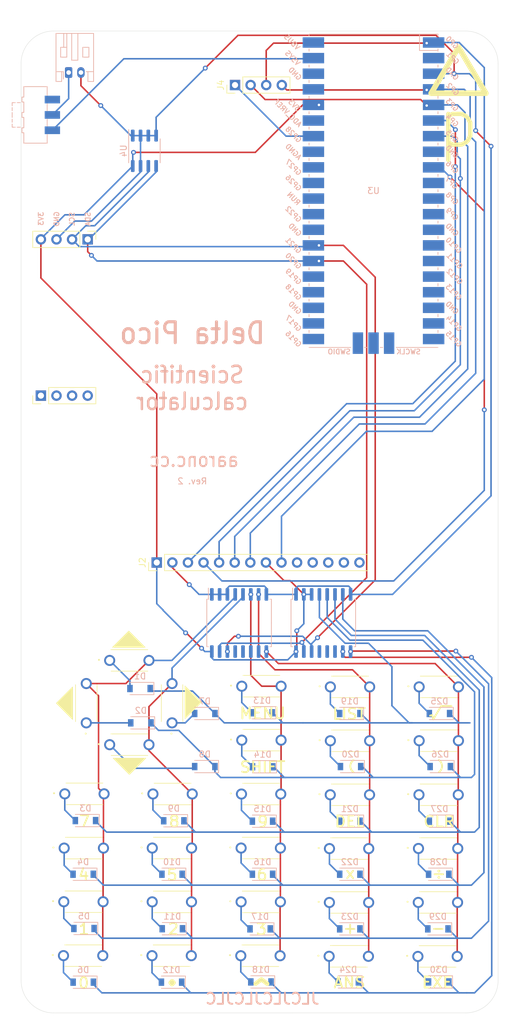
<source format=kicad_pcb>
(kicad_pcb (version 20171130) (host pcbnew 5.1.9)
  (layers (0 F.Cu signal) (31 B.Cu signal) (34 B.Paste user) (35 F.Paste user) (36 B.SilkS user) (37 F.SilkS user) (38 B.Mask user) (39 F.Mask user) (44 Edge.Cuts user))
  (net 0 "")
  (net 1 "Net-(D1-Pad2)")
  (net 2 ROW0)
  (net 3 "Net-(D2-Pad2)")
  (net 4 ROW1)
  (net 5 "Net-(D3-Pad2)")
  (net 6 ROW2)
  (net 7 "Net-(D4-Pad2)")
  (net 8 ROW3)
  (net 9 "Net-(D5-Pad2)")
  (net 10 ROW4)
  (net 11 "Net-(D6-Pad2)")
  (net 12 ROW5)
  (net 13 "Net-(D7-Pad2)")
  (net 14 "Net-(D8-Pad2)")
  (net 15 "Net-(D9-Pad2)")
  (net 16 "Net-(D10-Pad2)")
  (net 17 "Net-(D11-Pad2)")
  (net 18 "Net-(D12-Pad2)")
  (net 19 "Net-(D13-Pad2)")
  (net 20 "Net-(D14-Pad2)")
  (net 21 "Net-(D15-Pad2)")
  (net 22 "Net-(D16-Pad2)")
  (net 23 "Net-(D17-Pad2)")
  (net 24 "Net-(D18-Pad2)")
  (net 25 "Net-(D19-Pad2)")
  (net 26 "Net-(D20-Pad2)")
  (net 27 "Net-(D21-Pad2)")
  (net 28 "Net-(D22-Pad2)")
  (net 29 "Net-(D23-Pad2)")
  (net 30 "Net-(D24-Pad2)")
  (net 31 "Net-(D25-Pad2)")
  (net 32 "Net-(D26-Pad2)")
  (net 33 "Net-(D27-Pad2)")
  (net 34 "Net-(D28-Pad2)")
  (net 35 "Net-(D29-Pad2)")
  (net 36 "Net-(D30-Pad2)")
  (net 37 GND)
  (net 38 "Net-(J1-Pad1)")
  (net 39 "Net-(J2-Pad14)")
  (net 40 "Net-(J2-Pad13)")
  (net 41 "Net-(J2-Pad12)")
  (net 42 "Net-(J2-Pad11)")
  (net 43 "Net-(J2-Pad10)")
  (net 44 SDO)
  (net 45 3V3)
  (net 46 SCK)
  (net 47 SDI)
  (net 48 DC)
  (net 49 DISPLAY_RESET)
  (net 50 CS)
  (net 51 "Net-(SW1-Pad3)")
  (net 52 VIN)
  (net 53 COL0)
  (net 54 COL1)
  (net 55 COL2)
  (net 56 COL3)
  (net 57 COL4)
  (net 58 SDA)
  (net 59 SCL)
  (net 60 "Net-(U1-Pad13)")
  (net 61 "Net-(U1-Pad12)")
  (net 62 "Net-(U1-Pad11)")
  (net 63 "Net-(U1-Pad10)")
  (net 64 "Net-(U2-Pad13)")
  (net 65 "Net-(U2-Pad12)")
  (net 66 "Net-(U2-Pad11)")
  (net 67 "Net-(U3-Pad2)")
  (net 68 "Net-(U3-Pad10)")
  (net 69 "Net-(U3-Pad11)")
  (net 70 "Net-(U3-Pad12)")
  (net 71 "Net-(U3-Pad14)")
  (net 72 "Net-(U3-Pad15)")
  (net 73 "Net-(U3-Pad16)")
  (net 74 "Net-(U3-Pad17)")
  (net 75 "Net-(U3-Pad19)")
  (net 76 "Net-(U3-Pad20)")
  (net 77 "Net-(U3-Pad21)")
  (net 78 "Net-(U3-Pad22)")
  (net 79 "Net-(U3-Pad24)")
  (net 80 "Net-(U3-Pad25)")
  (net 81 "Net-(U3-Pad29)")
  (net 82 "Net-(U3-Pad31)")
  (net 83 "Net-(U3-Pad32)")
  (net 84 "Net-(U3-Pad35)")
  (net 85 "Net-(U3-Pad37)")
  (net 86 "Net-(U3-Pad40)")
  (net 87 "Net-(U3-Pad41)")
  (net 88 "Net-(U3-Pad42)")
  (net 89 "Net-(U3-Pad43)")
  (net 90 "Net-(U3-Pad30)")
  (net 91 "Net-(U3-Pad23)")
  (net 92 "Net-(U3-Pad33)")
  (net 93 "Net-(U3-Pad38)")
  (net 94 "Net-(U3-Pad18)")
  (net 95 "Net-(U3-Pad13)")
  (net 96 "Net-(U3-Pad8)")
  (net 97 SD_CS)
  (net 98 "Net-(U3-Pad28)")
  (module Package_SO:SOIC-8_3.9x4.9mm_P1.27mm (layer B.Cu) (at 53.594 47.244 270)
    (fp_text reference U4 (at 0 3.4 90) (layer B.SilkS) (effects (justify mirror)))
    (fp_text value 24LC16)
    (pad 8 smd roundrect (at 2.475 1.905 270) (size 1.95 0.6) (layers B.Cu B.Paste B.Mask) (net 45 3V3))
    (pad 7 smd roundrect (at 2.475 0.635 270) (size 1.95 0.6) (layers B.Cu B.Paste B.Mask) (net 37 GND))
    (pad 6 smd roundrect (at 2.475 -0.635 270) (size 1.95 0.6) (layers B.Cu B.Paste B.Mask) (net 59 SCL))
    (pad 5 smd roundrect (at 2.475 -1.905 270) (size 1.95 0.6) (layers B.Cu B.Paste B.Mask) (net 58 SDA))
    (pad 4 smd roundrect (at -2.475 -1.905 270) (size 1.95 0.6) (layers B.Cu B.Paste B.Mask) (net 37 GND))
    (pad 3 smd roundrect (at -2.475 -0.635 270) (size 1.95 0.6) (layers B.Cu B.Paste B.Mask) (net 37 GND))
    (pad 2 smd roundrect (at -2.475 0.635 270) (size 1.95 0.6) (layers B.Cu B.Paste B.Mask) (net 37 GND))
    (pad 1 smd roundrect (at -2.475 1.905 270) (size 1.95 0.6) (layers B.Cu B.Paste B.Mask) (net 37 GND))
  )
  (module Connector_PinHeader_2.54mm:PinHeader_1x04_P2.54mm_Vertical (layer F.Cu) (at 68.35 36.54 90)
    (fp_text reference J4 (at 0 -2.33 90) (layer F.SilkS))
    (fp_text value Conn_01x04)
    (pad 1 thru_hole rect (at 0 0 90) (size 1.7 1.7) (drill 1) (layers *.Cu *.Mask) (net 97 SD_CS))
    (pad 2 thru_hole oval (at 0 2.54 90) (size 1.7 1.7) (drill 1) (layers *.Cu *.Mask) (net 47 SDI))
    (pad 3 thru_hole oval (at 0 5.08 90) (size 1.7 1.7) (drill 1) (layers *.Cu *.Mask) (net 44 SDO))
    (pad 4 thru_hole oval (at 0 7.62 90) (size 1.7 1.7) (drill 1) (layers *.Cu *.Mask) (net 46 SCK))
  )
  (module MountingHole:MountingHole_3.2mm_M3 (layer F.Cu) (at 39.55 52.25)
    (fp_text reference REF** hide)
    (fp_text value MountingHole_3.2mm_M3)
    (pad 1 np_thru_hole circle (at 0 0) (size 3.2 3.2) (drill 3.2) (layers *.Cu *.Mask))
  )
  (module MountingHole:MountingHole_3.2mm_M3 (layer F.Cu) (at 104.65 117.35)
    (fp_text reference REF** hide)
    (fp_text value MountingHole_3.2mm_M3)
    (pad 1 np_thru_hole circle (at 0 0) (size 3.2 3.2) (drill 3.2) (layers *.Cu *.Mask))
  )
  (module MountingHole:MountingHole_3.2mm_M3 (layer F.Cu) (at 39.65 117.2)
    (fp_text reference REF** hide)
    (fp_text value MountingHole_3.2mm_M3)
    (pad 1 np_thru_hole circle (at 0 0) (size 3.2 3.2) (drill 3.2) (layers *.Cu *.Mask))
  )
  (module Connector_PinHeader_2.54mm:PinHeader_1x04_P2.54mm_Vertical (layer F.Cu) (at 36.73 87.09 90)
    (fp_text reference REF** hide)
    (fp_text value PinHeader_1x04_P2.54mm_Vertical)
    (pad 4 thru_hole oval (at 0 7.62 90) (size 1.7 1.7) (drill 1) (layers *.Cu *.Mask))
    (pad 3 thru_hole oval (at 0 5.08 90) (size 1.7 1.7) (drill 1) (layers *.Cu *.Mask))
    (pad 2 thru_hole oval (at 0 2.54 90) (size 1.7 1.7) (drill 1) (layers *.Cu *.Mask))
    (pad 1 thru_hole rect (at 0 0 90) (size 1.7 1.7) (drill 1) (layers *.Cu *.Mask))
  )
  (module Connector_PinHeader_2.54mm:PinHeader_1x04_P2.54mm_Vertical (layer F.Cu) (at 44.3484 61.6585 270)
    (fp_text reference J3 hide)
    (fp_text value Conn_01x04)
    (pad 4 thru_hole oval (at 0 7.62 270) (size 1.7 1.7) (drill 1) (layers *.Cu *.Mask) (net 45 3V3))
    (pad 3 thru_hole oval (at 0 5.08 270) (size 1.7 1.7) (drill 1) (layers *.Cu *.Mask) (net 37 GND))
    (pad 2 thru_hole oval (at 0 2.54 270) (size 1.7 1.7) (drill 1) (layers *.Cu *.Mask) (net 59 SCL))
    (pad 1 thru_hole rect (at 0 0 270) (size 1.7 1.7) (drill 1) (layers *.Cu *.Mask) (net 58 SDA))
  )
  (module Button_Switch_SMD:SW_SPDT_CK-JS102011SAQN (layer B.Cu) (at 35.85 41.4 90)
    (fp_text reference SW1 hide)
    (fp_text value SW_SPDT)
    (pad "" np_thru_hole circle (at 3.4 0 90) (size 0.9 0.9) (drill 0.9) (layers *.Cu *.Mask))
    (pad "" np_thru_hole circle (at -3.4 0 90) (size 0.9 0.9) (drill 0.9) (layers *.Cu *.Mask))
    (pad 3 smd rect (at 2.5 2.75 90) (size 1.25 2.5) (layers B.Cu B.Paste B.Mask) (net 51 "Net-(SW1-Pad3)"))
    (pad 2 smd rect (at 0 2.75 90) (size 1.25 2.5) (layers B.Cu B.Paste B.Mask) (net 38 "Net-(J1-Pad1)"))
    (pad 1 smd rect (at -2.5 2.75 90) (size 1.25 2.5) (layers B.Cu B.Paste B.Mask) (net 52 VIN))
  )
  (module MCU_RaspberryPi_and_Boards:RPi_Pico_SMD (layer B.Cu) (at 90.9066 53.7464 180)
    (fp_text reference U3 (at 0 0) (layer B.SilkS) (effects (justify mirror)))
    (fp_text value Pico)
    (fp_text user SWDIO (at 5.6 -26.2) (layer B.SilkS) (effects (font (size 0.8 0.8)) (justify mirror)))
    (fp_text user SWCLK (at -5.7 -26.2) (layer B.SilkS) (effects (font (size 0.8 0.8)) (justify mirror)))
    (fp_text user AGND (at 13.054 6.35 315) (layer B.SilkS) (effects (font (size 0.8 0.8)) (justify mirror)))
    (fp_text user GND (at 12.8 19.05 315) (layer B.SilkS) (effects (font (size 0.8 0.8)) (justify mirror)))
    (fp_text user GND (at 12.8 -6.35 315) (layer B.SilkS) (effects (font (size 0.8 0.8)) (justify mirror)))
    (fp_text user GND (at 12.8 -19.05 315) (layer B.SilkS) (effects (font (size 0.8 0.8)) (justify mirror)))
    (fp_text user GND (at -12.8 -19.05 315) (layer B.SilkS) (effects (font (size 0.8 0.8)) (justify mirror)))
    (fp_text user GND (at -12.8 -6.35 315) (layer B.SilkS) (effects (font (size 0.8 0.8)) (justify mirror)))
    (fp_text user GND (at -12.8 6.35 315) (layer B.SilkS) (effects (font (size 0.8 0.8)) (justify mirror)))
    (fp_text user GND (at -12.8 19.05 315) (layer B.SilkS) (effects (font (size 0.8 0.8)) (justify mirror)))
    (fp_text user VBUS (at 13.3 24.2 315) (layer B.SilkS) (effects (font (size 0.8 0.8)) (justify mirror)))
    (fp_text user VSYS (at 13.2 21.59 315) (layer B.SilkS) (effects (font (size 0.8 0.8)) (justify mirror)))
    (fp_text user 3V3 (at 12.9 13.9 315) (layer B.SilkS) (effects (font (size 0.8 0.8)) (justify mirror)))
    (fp_text user ADC_VREF (at 13.9566 12.6464 135) (layer B.SilkS) (effects (font (size 0.8 0.8)) (justify mirror)))
    (fp_text user GP28 (at 13.054 9.144 315) (layer B.SilkS) (effects (font (size 0.8 0.8)) (justify mirror)))
    (fp_text user GP27 (at 13.054 3.8 315) (layer B.SilkS) (effects (font (size 0.8 0.8)) (justify mirror)))
    (fp_text user GP26 (at 13.054 1.27 315) (layer B.SilkS) (effects (font (size 0.8 0.8)) (justify mirror)))
    (fp_text user RUN (at 13 -1.27 315) (layer B.SilkS) (effects (font (size 0.8 0.8)) (justify mirror)))
    (fp_text user GP22 (at 13.054 -3.81 315) (layer B.SilkS) (effects (font (size 0.8 0.8)) (justify mirror)))
    (fp_text user GP21 (at 13.054 -8.9 315) (layer B.SilkS) (effects (font (size 0.8 0.8)) (justify mirror)))
    (fp_text user GP20 (at 13.054 -11.43 315) (layer B.SilkS) (effects (font (size 0.8 0.8)) (justify mirror)))
    (fp_text user GP19 (at 13.054 -13.97 315) (layer B.SilkS) (effects (font (size 0.8 0.8)) (justify mirror)))
    (fp_text user GP18 (at 13.054 -16.51 315) (layer B.SilkS) (effects (font (size 0.8 0.8)) (justify mirror)))
    (fp_text user GP17 (at 13.054 -21.59 315) (layer B.SilkS) (effects (font (size 0.8 0.8)) (justify mirror)))
    (fp_text user GP16 (at 13.054 -24.13 315) (layer B.SilkS) (effects (font (size 0.8 0.8)) (justify mirror)))
    (fp_text user GP15 (at -13.054 -24.13 315) (layer B.SilkS) (effects (font (size 0.8 0.8)) (justify mirror)))
    (fp_text user GP14 (at -13.1 -21.59 315) (layer B.SilkS) (effects (font (size 0.8 0.8)) (justify mirror)))
    (fp_text user GP13 (at -13.054 -16.51 315) (layer B.SilkS) (effects (font (size 0.8 0.8)) (justify mirror)))
    (fp_text user GP12 (at -13.2 -13.97 315) (layer B.SilkS) (effects (font (size 0.8 0.8)) (justify mirror)))
    (fp_text user GP11 (at -13.2 -11.43 315) (layer B.SilkS) (effects (font (size 0.8 0.8)) (justify mirror)))
    (fp_text user GP10 (at -13.054 -8.89 315) (layer B.SilkS) (effects (font (size 0.8 0.8)) (justify mirror)))
    (fp_text user GP9 (at -12.8 -3.81 315) (layer B.SilkS) (effects (font (size 0.8 0.8)) (justify mirror)))
    (fp_text user GP8 (at -12.8 -1.27 315) (layer B.SilkS) (effects (font (size 0.8 0.8)) (justify mirror)))
    (fp_text user GP7 (at -12.7 1.3 315) (layer B.SilkS) (effects (font (size 0.8 0.8)) (justify mirror)))
    (fp_text user GP6 (at -12.8 3.81 315) (layer B.SilkS) (effects (font (size 0.8 0.8)) (justify mirror)))
    (fp_text user GP5 (at -12.8 8.89 315) (layer B.SilkS) (effects (font (size 0.8 0.8)) (justify mirror)))
    (fp_text user GP4 (at -12.8 11.43 315) (layer B.SilkS) (effects (font (size 0.8 0.8)) (justify mirror)))
    (fp_text user GP3 (at -12.8 13.97 315) (layer B.SilkS) (effects (font (size 0.8 0.8)) (justify mirror)))
    (fp_text user GP0 (at -12.8 24.13 315) (layer B.SilkS) (effects (font (size 0.8 0.8)) (justify mirror)))
    (fp_text user GP2 (at -12.9 16.51 315) (layer B.SilkS) (effects (font (size 0.8 0.8)) (justify mirror)))
    (fp_text user GP1 (at -12.9 21.6 315) (layer B.SilkS) (effects (font (size 0.8 0.8)) (justify mirror)))
    (pad 43 smd rect (at 2.54 -23.9 90) (size 3.5 1.7) (drill (offset -0.9 0)) (layers B.Cu B.Mask) (net 89 "Net-(U3-Pad43)"))
    (pad 42 smd rect (at 0 -23.9 90) (size 3.5 1.7) (drill (offset -0.9 0)) (layers B.Cu B.Mask) (net 88 "Net-(U3-Pad42)"))
    (pad 41 smd rect (at -2.54 -23.9 90) (size 3.5 1.7) (drill (offset -0.9 0)) (layers B.Cu B.Mask) (net 87 "Net-(U3-Pad41)"))
    (pad 21 smd rect (at 8.89 -24.13 180) (size 3.5 1.7) (drill (offset 0.9 0)) (layers B.Cu B.Mask) (net 77 "Net-(U3-Pad21)"))
    (pad 22 smd rect (at 8.89 -21.59 180) (size 3.5 1.7) (drill (offset 0.9 0)) (layers B.Cu B.Mask) (net 78 "Net-(U3-Pad22)"))
    (pad 23 smd rect (at 8.89 -19.05 180) (size 3.5 1.7) (drill (offset 0.9 0)) (layers B.Cu B.Mask) (net 91 "Net-(U3-Pad23)"))
    (pad 24 smd rect (at 8.89 -16.51 180) (size 3.5 1.7) (drill (offset 0.9 0)) (layers B.Cu B.Mask) (net 79 "Net-(U3-Pad24)"))
    (pad 25 smd rect (at 8.89 -13.97 180) (size 3.5 1.7) (drill (offset 0.9 0)) (layers B.Cu B.Mask) (net 80 "Net-(U3-Pad25)"))
    (pad 26 smd rect (at 8.89 -11.43 180) (size 3.5 1.7) (drill (offset 0.9 0)) (layers B.Cu B.Mask) (net 58 SDA))
    (pad 27 smd rect (at 8.89 -8.89 180) (size 3.5 1.7) (drill (offset 0.9 0)) (layers B.Cu B.Mask) (net 59 SCL))
    (pad 28 smd rect (at 8.89 -6.35 180) (size 3.5 1.7) (drill (offset 0.9 0)) (layers B.Cu B.Mask) (net 98 "Net-(U3-Pad28)"))
    (pad 29 smd rect (at 8.89 -3.81 180) (size 3.5 1.7) (drill (offset 0.9 0)) (layers B.Cu B.Mask) (net 81 "Net-(U3-Pad29)"))
    (pad 30 smd rect (at 8.89 -1.27 180) (size 3.5 1.7) (drill (offset 0.9 0)) (layers B.Cu B.Mask) (net 90 "Net-(U3-Pad30)"))
    (pad 31 smd rect (at 8.89 1.27 180) (size 3.5 1.7) (drill (offset 0.9 0)) (layers B.Cu B.Mask) (net 82 "Net-(U3-Pad31)"))
    (pad 32 smd rect (at 8.89 3.81 180) (size 3.5 1.7) (drill (offset 0.9 0)) (layers B.Cu B.Mask) (net 83 "Net-(U3-Pad32)"))
    (pad 33 smd rect (at 8.89 6.35 180) (size 3.5 1.7) (drill (offset 0.9 0)) (layers B.Cu B.Mask) (net 92 "Net-(U3-Pad33)"))
    (pad 34 smd rect (at 8.89 8.89 180) (size 3.5 1.7) (drill (offset 0.9 0)) (layers B.Cu B.Mask) (net 97 SD_CS))
    (pad 35 smd rect (at 8.89 11.43 180) (size 3.5 1.7) (drill (offset 0.9 0)) (layers B.Cu B.Mask) (net 84 "Net-(U3-Pad35)"))
    (pad 36 smd rect (at 8.89 13.97 180) (size 3.5 1.7) (drill (offset 0.9 0)) (layers B.Cu B.Mask) (net 45 3V3))
    (pad 37 smd rect (at 8.89 16.51 180) (size 3.5 1.7) (drill (offset 0.9 0)) (layers B.Cu B.Mask) (net 85 "Net-(U3-Pad37)"))
    (pad 38 smd rect (at 8.89 19.05 180) (size 3.5 1.7) (drill (offset 0.9 0)) (layers B.Cu B.Mask) (net 93 "Net-(U3-Pad38)"))
    (pad 39 smd rect (at 8.89 21.59 180) (size 3.5 1.7) (drill (offset 0.9 0)) (layers B.Cu B.Mask) (net 52 VIN))
    (pad 40 smd rect (at 8.89 24.13 180) (size 3.5 1.7) (drill (offset 0.9 0)) (layers B.Cu B.Mask) (net 86 "Net-(U3-Pad40)"))
    (pad 20 smd rect (at -8.89 -24.13 180) (size 3.5 1.7) (drill (offset -0.9 0)) (layers B.Cu B.Mask) (net 76 "Net-(U3-Pad20)"))
    (pad 19 smd rect (at -8.89 -21.59 180) (size 3.5 1.7) (drill (offset -0.9 0)) (layers B.Cu B.Mask) (net 75 "Net-(U3-Pad19)"))
    (pad 18 smd rect (at -8.89 -19.05 180) (size 3.5 1.7) (drill (offset -0.9 0)) (layers B.Cu B.Mask) (net 94 "Net-(U3-Pad18)"))
    (pad 17 smd rect (at -8.89 -16.51 180) (size 3.5 1.7) (drill (offset -0.9 0)) (layers B.Cu B.Mask) (net 74 "Net-(U3-Pad17)"))
    (pad 16 smd rect (at -8.89 -13.97 180) (size 3.5 1.7) (drill (offset -0.9 0)) (layers B.Cu B.Mask) (net 73 "Net-(U3-Pad16)"))
    (pad 15 smd rect (at -8.89 -11.43 180) (size 3.5 1.7) (drill (offset -0.9 0)) (layers B.Cu B.Mask) (net 72 "Net-(U3-Pad15)"))
    (pad 14 smd rect (at -8.89 -8.89 180) (size 3.5 1.7) (drill (offset -0.9 0)) (layers B.Cu B.Mask) (net 71 "Net-(U3-Pad14)"))
    (pad 13 smd rect (at -8.89 -6.35 180) (size 3.5 1.7) (drill (offset -0.9 0)) (layers B.Cu B.Mask) (net 95 "Net-(U3-Pad13)"))
    (pad 12 smd rect (at -8.89 -3.81 180) (size 3.5 1.7) (drill (offset -0.9 0)) (layers B.Cu B.Mask) (net 70 "Net-(U3-Pad12)"))
    (pad 11 smd rect (at -8.89 -1.27 180) (size 3.5 1.7) (drill (offset -0.9 0)) (layers B.Cu B.Mask) (net 69 "Net-(U3-Pad11)"))
    (pad 10 smd rect (at -8.89 1.27 180) (size 3.5 1.7) (drill (offset -0.9 0)) (layers B.Cu B.Mask) (net 68 "Net-(U3-Pad10)"))
    (pad 9 smd rect (at -8.89 3.81 180) (size 3.5 1.7) (drill (offset -0.9 0)) (layers B.Cu B.Mask) (net 49 DISPLAY_RESET))
    (pad 8 smd rect (at -8.89 6.35 180) (size 3.5 1.7) (drill (offset -0.9 0)) (layers B.Cu B.Mask) (net 96 "Net-(U3-Pad8)"))
    (pad 7 smd rect (at -8.89 8.89 180) (size 3.5 1.7) (drill (offset -0.9 0)) (layers B.Cu B.Mask) (net 48 DC))
    (pad 6 smd rect (at -8.89 11.43 180) (size 3.5 1.7) (drill (offset -0.9 0)) (layers B.Cu B.Mask) (net 50 CS))
    (pad 5 smd rect (at -8.89 13.97 180) (size 3.5 1.7) (drill (offset -0.9 0)) (layers B.Cu B.Mask) (net 47 SDI))
    (pad 4 smd rect (at -8.89 16.51 180) (size 3.5 1.7) (drill (offset -0.9 0)) (layers B.Cu B.Mask) (net 46 SCK))
    (pad 3 smd rect (at -8.89 19.05 180) (size 3.5 1.7) (drill (offset -0.9 0)) (layers B.Cu B.Mask) (net 37 GND))
    (pad 2 smd rect (at -8.89 21.59 180) (size 3.5 1.7) (drill (offset -0.9 0)) (layers B.Cu B.Mask) (net 67 "Net-(U3-Pad2)"))
    (pad 1 smd rect (at -8.89 24.13 180) (size 3.5 1.7) (drill (offset -0.9 0)) (layers B.Cu B.Mask) (net 44 SDO))
  )
  (module Diode_SMD:D_SOD-123 (layer B.Cu) (at 52.886 134.758 180)
    (fp_text reference D1 (at 0 2) (layer B.SilkS) (effects (justify mirror)))
    (fp_text value D)
    (pad 2 smd rect (at 1.65 0 180) (size 0.9 1.2) (layers B.Cu B.Paste B.Mask) (net 1 "Net-(D1-Pad2)"))
    (pad 1 smd rect (at -1.65 0 180) (size 0.9 1.2) (layers B.Cu B.Paste B.Mask) (net 2 ROW0))
  )
  (module Package_SO:SOIC-16W_7.5x10.3mm_P1.27mm (layer B.Cu) (at 82.73 124.09 270)
    (fp_text reference U2 hide)
    (fp_text value PCF8574A)
    (pad 16 smd roundrect (at 4.65 4.445 270) (size 2.05 0.6) (layers B.Cu B.Paste B.Mask) (net 45 3V3))
    (pad 15 smd roundrect (at 4.65 3.175 270) (size 2.05 0.6) (layers B.Cu B.Paste B.Mask) (net 58 SDA))
    (pad 14 smd roundrect (at 4.65 1.905 270) (size 2.05 0.6) (layers B.Cu B.Paste B.Mask) (net 59 SCL))
    (pad 13 smd roundrect (at 4.65 0.635 270) (size 2.05 0.6) (layers B.Cu B.Paste B.Mask) (net 64 "Net-(U2-Pad13)"))
    (pad 12 smd roundrect (at 4.65 -0.635 270) (size 2.05 0.6) (layers B.Cu B.Paste B.Mask) (net 65 "Net-(U2-Pad12)"))
    (pad 11 smd roundrect (at 4.65 -1.905 270) (size 2.05 0.6) (layers B.Cu B.Paste B.Mask) (net 66 "Net-(U2-Pad11)"))
    (pad 10 smd roundrect (at 4.65 -3.175 270) (size 2.05 0.6) (layers B.Cu B.Paste B.Mask) (net 12 ROW5))
    (pad 9 smd roundrect (at 4.65 -4.445 270) (size 2.05 0.6) (layers B.Cu B.Paste B.Mask) (net 10 ROW4))
    (pad 8 smd roundrect (at -4.65 -4.445 270) (size 2.05 0.6) (layers B.Cu B.Paste B.Mask) (net 37 GND))
    (pad 7 smd roundrect (at -4.65 -3.175 270) (size 2.05 0.6) (layers B.Cu B.Paste B.Mask) (net 8 ROW3))
    (pad 6 smd roundrect (at -4.65 -1.905 270) (size 2.05 0.6) (layers B.Cu B.Paste B.Mask) (net 6 ROW2))
    (pad 5 smd roundrect (at -4.65 -0.635 270) (size 2.05 0.6) (layers B.Cu B.Paste B.Mask) (net 4 ROW1))
    (pad 4 smd roundrect (at -4.65 0.635 270) (size 2.05 0.6) (layers B.Cu B.Paste B.Mask) (net 2 ROW0))
    (pad 3 smd roundrect (at -4.65 1.905 270) (size 2.05 0.6) (layers B.Cu B.Paste B.Mask) (net 45 3V3))
    (pad 2 smd roundrect (at -4.65 3.175 270) (size 2.05 0.6) (layers B.Cu B.Paste B.Mask) (net 45 3V3))
    (pad 1 smd roundrect (at -4.65 4.445 270) (size 2.05 0.6) (layers B.Cu B.Paste B.Mask) (net 37 GND))
  )
  (module Package_SO:SOIC-16W_7.5x10.3mm_P1.27mm (layer B.Cu) (at 69.014 124.09 270)
    (fp_text reference U1 hide)
    (fp_text value PCF8574A)
    (pad 16 smd roundrect (at 4.65 4.445 270) (size 2.05 0.6) (layers B.Cu B.Paste B.Mask) (net 45 3V3))
    (pad 15 smd roundrect (at 4.65 3.175 270) (size 2.05 0.6) (layers B.Cu B.Paste B.Mask) (net 58 SDA))
    (pad 14 smd roundrect (at 4.65 1.905 270) (size 2.05 0.6) (layers B.Cu B.Paste B.Mask) (net 59 SCL))
    (pad 13 smd roundrect (at 4.65 0.635 270) (size 2.05 0.6) (layers B.Cu B.Paste B.Mask) (net 60 "Net-(U1-Pad13)"))
    (pad 12 smd roundrect (at 4.65 -0.635 270) (size 2.05 0.6) (layers B.Cu B.Paste B.Mask) (net 61 "Net-(U1-Pad12)"))
    (pad 11 smd roundrect (at 4.65 -1.905 270) (size 2.05 0.6) (layers B.Cu B.Paste B.Mask) (net 62 "Net-(U1-Pad11)"))
    (pad 10 smd roundrect (at 4.65 -3.175 270) (size 2.05 0.6) (layers B.Cu B.Paste B.Mask) (net 63 "Net-(U1-Pad10)"))
    (pad 9 smd roundrect (at 4.65 -4.445 270) (size 2.05 0.6) (layers B.Cu B.Paste B.Mask) (net 57 COL4))
    (pad 8 smd roundrect (at -4.65 -4.445 270) (size 2.05 0.6) (layers B.Cu B.Paste B.Mask) (net 37 GND))
    (pad 7 smd roundrect (at -4.65 -3.175 270) (size 2.05 0.6) (layers B.Cu B.Paste B.Mask) (net 56 COL3))
    (pad 6 smd roundrect (at -4.65 -1.905 270) (size 2.05 0.6) (layers B.Cu B.Paste B.Mask) (net 55 COL2))
    (pad 5 smd roundrect (at -4.65 -0.635 270) (size 2.05 0.6) (layers B.Cu B.Paste B.Mask) (net 54 COL1))
    (pad 4 smd roundrect (at -4.65 0.635 270) (size 2.05 0.6) (layers B.Cu B.Paste B.Mask) (net 53 COL0))
    (pad 3 smd roundrect (at -4.65 1.905 270) (size 2.05 0.6) (layers B.Cu B.Paste B.Mask) (net 37 GND))
    (pad 2 smd roundrect (at -4.65 3.175 270) (size 2.05 0.6) (layers B.Cu B.Paste B.Mask) (net 37 GND))
    (pad 1 smd roundrect (at -4.65 4.445 270) (size 2.05 0.6) (layers B.Cu B.Paste B.Mask) (net 37 GND))
  )
  (module PTS636SL43LFS:PTS636SL43LFS (layer F.Cu) (at 98.14 178.36)
    (fp_text reference SW31 hide)
    (fp_text value SW_Push hide)
    (pad 2 thru_hole circle (at 6.4 0) (size 1.8 1.8) (drill 1.2) (layers *.Cu *.Mask) (net 57 COL4))
    (pad 1 thru_hole circle (at 0 0) (size 1.8 1.8) (drill 1.2) (layers *.Cu *.Mask) (net 36 "Net-(D30-Pad2)"))
  )
  (module PTS636SL43LFS:PTS636SL43LFS (layer F.Cu) (at 98.2 169.57)
    (fp_text reference SW30 hide)
    (fp_text value SW_Push hide)
    (pad 2 thru_hole circle (at 6.4 0) (size 1.8 1.8) (drill 1.2) (layers *.Cu *.Mask) (net 57 COL4))
    (pad 1 thru_hole circle (at 0 0) (size 1.8 1.8) (drill 1.2) (layers *.Cu *.Mask) (net 35 "Net-(D29-Pad2)"))
  )
  (module PTS636SL43LFS:PTS636SL43LFS (layer F.Cu) (at 98.23 160.79)
    (fp_text reference SW29 hide)
    (fp_text value SW_Push hide)
    (pad 2 thru_hole circle (at 6.4 0) (size 1.8 1.8) (drill 1.2) (layers *.Cu *.Mask) (net 57 COL4))
    (pad 1 thru_hole circle (at 0 0) (size 1.8 1.8) (drill 1.2) (layers *.Cu *.Mask) (net 34 "Net-(D28-Pad2)"))
  )
  (module PTS636SL43LFS:PTS636SL43LFS (layer F.Cu) (at 98.31 152.05)
    (fp_text reference SW28 hide)
    (fp_text value SW_Push hide)
    (pad 2 thru_hole circle (at 6.4 0) (size 1.8 1.8) (drill 1.2) (layers *.Cu *.Mask) (net 57 COL4))
    (pad 1 thru_hole circle (at 0 0) (size 1.8 1.8) (drill 1.2) (layers *.Cu *.Mask) (net 33 "Net-(D27-Pad2)"))
  )
  (module PTS636SL43LFS:PTS636SL43LFS (layer F.Cu) (at 98.34 143.25)
    (fp_text reference SW27 hide)
    (fp_text value SW_Push hide)
    (pad 2 thru_hole circle (at 6.4 0) (size 1.8 1.8) (drill 1.2) (layers *.Cu *.Mask) (net 57 COL4))
    (pad 1 thru_hole circle (at 0 0) (size 1.8 1.8) (drill 1.2) (layers *.Cu *.Mask) (net 32 "Net-(D26-Pad2)"))
  )
  (module PTS636SL43LFS:PTS636SL43LFS (layer F.Cu) (at 98.34 134.49)
    (fp_text reference SW26 hide)
    (fp_text value SW_Push hide)
    (pad 2 thru_hole circle (at 6.4 0) (size 1.8 1.8) (drill 1.2) (layers *.Cu *.Mask) (net 57 COL4))
    (pad 1 thru_hole circle (at 0 0) (size 1.8 1.8) (drill 1.2) (layers *.Cu *.Mask) (net 31 "Net-(D25-Pad2)"))
  )
  (module PTS636SL43LFS:PTS636SL43LFS (layer F.Cu) (at 83.68 178.34)
    (fp_text reference SW25 hide)
    (fp_text value SW_Push hide)
    (pad 2 thru_hole circle (at 6.4 0) (size 1.8 1.8) (drill 1.2) (layers *.Cu *.Mask) (net 56 COL3))
    (pad 1 thru_hole circle (at 0 0) (size 1.8 1.8) (drill 1.2) (layers *.Cu *.Mask) (net 30 "Net-(D24-Pad2)"))
  )
  (module PTS636SL43LFS:PTS636SL43LFS (layer F.Cu) (at 83.72 169.58)
    (fp_text reference SW24 hide)
    (fp_text value SW_Push hide)
    (pad 2 thru_hole circle (at 6.4 0) (size 1.8 1.8) (drill 1.2) (layers *.Cu *.Mask) (net 56 COL3))
    (pad 1 thru_hole circle (at 0 0) (size 1.8 1.8) (drill 1.2) (layers *.Cu *.Mask) (net 29 "Net-(D23-Pad2)"))
  )
  (module PTS636SL43LFS:PTS636SL43LFS (layer F.Cu) (at 83.73 160.81)
    (fp_text reference SW23 hide)
    (fp_text value SW_Push hide)
    (pad 2 thru_hole circle (at 6.4 0) (size 1.8 1.8) (drill 1.2) (layers *.Cu *.Mask) (net 56 COL3))
    (pad 1 thru_hole circle (at 0 0) (size 1.8 1.8) (drill 1.2) (layers *.Cu *.Mask) (net 28 "Net-(D22-Pad2)"))
  )
  (module PTS636SL43LFS:PTS636SL43LFS (layer F.Cu) (at 83.86 152.05)
    (fp_text reference SW22 hide)
    (fp_text value SW_Push hide)
    (pad 2 thru_hole circle (at 6.4 0) (size 1.8 1.8) (drill 1.2) (layers *.Cu *.Mask) (net 56 COL3))
    (pad 1 thru_hole circle (at 0 0) (size 1.8 1.8) (drill 1.2) (layers *.Cu *.Mask) (net 27 "Net-(D21-Pad2)"))
  )
  (module PTS636SL43LFS:PTS636SL43LFS (layer F.Cu) (at 83.88 143.26)
    (fp_text reference SW21 hide)
    (fp_text value SW_Push hide)
    (pad 2 thru_hole circle (at 6.4 0) (size 1.8 1.8) (drill 1.2) (layers *.Cu *.Mask) (net 56 COL3))
    (pad 1 thru_hole circle (at 0 0) (size 1.8 1.8) (drill 1.2) (layers *.Cu *.Mask) (net 26 "Net-(D20-Pad2)"))
  )
  (module PTS636SL43LFS:PTS636SL43LFS (layer F.Cu) (at 83.88 134.49)
    (fp_text reference SW20 hide)
    (fp_text value SW_Push hide)
    (pad 2 thru_hole circle (at 6.4 0) (size 1.8 1.8) (drill 1.2) (layers *.Cu *.Mask) (net 56 COL3))
    (pad 1 thru_hole circle (at 0 0) (size 1.8 1.8) (drill 1.2) (layers *.Cu *.Mask) (net 25 "Net-(D19-Pad2)"))
  )
  (module PTS636SL43LFS:PTS636SL43LFS (layer F.Cu) (at 69.29 178.25)
    (fp_text reference SW19 hide)
    (fp_text value SW_Push hide)
    (pad 2 thru_hole circle (at 6.4 0) (size 1.8 1.8) (drill 1.2) (layers *.Cu *.Mask) (net 55 COL2))
    (pad 1 thru_hole circle (at 0 0) (size 1.8 1.8) (drill 1.2) (layers *.Cu *.Mask) (net 24 "Net-(D18-Pad2)"))
  )
  (module PTS636SL43LFS:PTS636SL43LFS (layer F.Cu) (at 69.34 169.48)
    (fp_text reference SW18 hide)
    (fp_text value SW_Push hide)
    (pad 2 thru_hole circle (at 6.4 0) (size 1.8 1.8) (drill 1.2) (layers *.Cu *.Mask) (net 55 COL2))
    (pad 1 thru_hole circle (at 0 0) (size 1.8 1.8) (drill 1.2) (layers *.Cu *.Mask) (net 23 "Net-(D17-Pad2)"))
  )
  (module PTS636SL43LFS:PTS636SL43LFS (layer F.Cu) (at 69.34 160.72)
    (fp_text reference SW17 hide)
    (fp_text value SW_Push hide)
    (pad 2 thru_hole circle (at 6.4 0) (size 1.8 1.8) (drill 1.2) (layers *.Cu *.Mask) (net 55 COL2))
    (pad 1 thru_hole circle (at 0 0) (size 1.8 1.8) (drill 1.2) (layers *.Cu *.Mask) (net 22 "Net-(D16-Pad2)"))
  )
  (module PTS636SL43LFS:PTS636SL43LFS (layer F.Cu) (at 69.4 151.93)
    (fp_text reference SW16 hide)
    (fp_text value SW_Push hide)
    (pad 2 thru_hole circle (at 6.4 0) (size 1.8 1.8) (drill 1.2) (layers *.Cu *.Mask) (net 55 COL2))
    (pad 1 thru_hole circle (at 0 0) (size 1.8 1.8) (drill 1.2) (layers *.Cu *.Mask) (net 21 "Net-(D15-Pad2)"))
  )
  (module PTS636SL43LFS:PTS636SL43LFS (layer F.Cu) (at 69.45 143.16)
    (fp_text reference SW15 hide)
    (fp_text value SW_Push hide)
    (pad 2 thru_hole circle (at 6.4 0) (size 1.8 1.8) (drill 1.2) (layers *.Cu *.Mask) (net 55 COL2))
    (pad 1 thru_hole circle (at 0 0) (size 1.8 1.8) (drill 1.2) (layers *.Cu *.Mask) (net 20 "Net-(D14-Pad2)"))
  )
  (module PTS636SL43LFS:PTS636SL43LFS (layer F.Cu) (at 69.45 134.38)
    (fp_text reference SW14 hide)
    (fp_text value SW_Push hide)
    (pad 2 thru_hole circle (at 6.4 0) (size 1.8 1.8) (drill 1.2) (layers *.Cu *.Mask) (net 55 COL2))
    (pad 1 thru_hole circle (at 0 0) (size 1.8 1.8) (drill 1.2) (layers *.Cu *.Mask) (net 19 "Net-(D13-Pad2)"))
  )
  (module PTS636SL43LFS:PTS636SL43LFS (layer F.Cu) (at 54.83 178.24)
    (fp_text reference SW13 hide)
    (fp_text value SW_Push hide)
    (pad 2 thru_hole circle (at 6.4 0) (size 1.8 1.8) (drill 1.2) (layers *.Cu *.Mask) (net 54 COL1))
    (pad 1 thru_hole circle (at 0 0) (size 1.8 1.8) (drill 1.2) (layers *.Cu *.Mask) (net 18 "Net-(D12-Pad2)"))
  )
  (module PTS636SL43LFS:PTS636SL43LFS (layer F.Cu) (at 54.86 169.48)
    (fp_text reference SW12 hide)
    (fp_text value SW_Push hide)
    (pad 2 thru_hole circle (at 6.4 0) (size 1.8 1.8) (drill 1.2) (layers *.Cu *.Mask) (net 54 COL1))
    (pad 1 thru_hole circle (at 0 0) (size 1.8 1.8) (drill 1.2) (layers *.Cu *.Mask) (net 17 "Net-(D11-Pad2)"))
  )
  (module PTS636SL43LFS:PTS636SL43LFS (layer F.Cu) (at 54.87 160.72)
    (fp_text reference SW11 hide)
    (fp_text value SW_Push hide)
    (pad 2 thru_hole circle (at 6.4 0) (size 1.8 1.8) (drill 1.2) (layers *.Cu *.Mask) (net 54 COL1))
    (pad 1 thru_hole circle (at 0 0) (size 1.8 1.8) (drill 1.2) (layers *.Cu *.Mask) (net 16 "Net-(D10-Pad2)"))
  )
  (module PTS636SL43LFS:PTS636SL43LFS (layer F.Cu) (at 54.98 151.92)
    (fp_text reference SW10 hide)
    (fp_text value SW_Push hide)
    (pad 2 thru_hole circle (at 6.4 0) (size 1.8 1.8) (drill 1.2) (layers *.Cu *.Mask) (net 54 COL1))
    (pad 1 thru_hole circle (at 0 0) (size 1.8 1.8) (drill 1.2) (layers *.Cu *.Mask) (net 15 "Net-(D9-Pad2)"))
  )
  (module PTS636SL43LFS:PTS636SL43LFS (layer F.Cu) (at 47.932 143.902)
    (fp_text reference SW9 hide)
    (fp_text value SW_Push hide)
    (pad 2 thru_hole circle (at 6.4 0) (size 1.8 1.8) (drill 1.2) (layers *.Cu *.Mask) (net 54 COL1))
    (pad 1 thru_hole circle (at 0 0) (size 1.8 1.8) (drill 1.2) (layers *.Cu *.Mask) (net 14 "Net-(D8-Pad2)"))
  )
  (module PTS636SL43LFS:PTS636SL43LFS (layer F.Cu) (at 58.092 140.346 90)
    (fp_text reference SW8 hide)
    (fp_text value SW_Push hide)
    (pad 2 thru_hole circle (at 6.4 0 90) (size 1.8 1.8) (drill 1.2) (layers *.Cu *.Mask) (net 54 COL1))
    (pad 1 thru_hole circle (at 0 0 90) (size 1.8 1.8) (drill 1.2) (layers *.Cu *.Mask) (net 13 "Net-(D7-Pad2)"))
  )
  (module PTS636SL43LFS:PTS636SL43LFS (layer F.Cu) (at 40.41 178.23)
    (fp_text reference SW7 hide)
    (fp_text value SW_Push hide)
    (pad 2 thru_hole circle (at 6.4 0) (size 1.8 1.8) (drill 1.2) (layers *.Cu *.Mask) (net 53 COL0))
    (pad 1 thru_hole circle (at 0 0) (size 1.8 1.8) (drill 1.2) (layers *.Cu *.Mask) (net 11 "Net-(D6-Pad2)"))
  )
  (module PTS636SL43LFS:PTS636SL43LFS (layer F.Cu) (at 40.46 169.46)
    (fp_text reference SW6 hide)
    (fp_text value SW_Push hide)
    (pad 2 thru_hole circle (at 6.4 0) (size 1.8 1.8) (drill 1.2) (layers *.Cu *.Mask) (net 53 COL0))
    (pad 1 thru_hole circle (at 0 0) (size 1.8 1.8) (drill 1.2) (layers *.Cu *.Mask) (net 9 "Net-(D5-Pad2)"))
  )
  (module PTS636SL43LFS:PTS636SL43LFS (layer F.Cu) (at 40.52 160.73)
    (fp_text reference SW5 hide)
    (fp_text value SW_Push hide)
    (pad 2 thru_hole circle (at 6.4 0) (size 1.8 1.8) (drill 1.2) (layers *.Cu *.Mask) (net 53 COL0))
    (pad 1 thru_hole circle (at 0 0) (size 1.8 1.8) (drill 1.2) (layers *.Cu *.Mask) (net 7 "Net-(D4-Pad2)"))
  )
  (module PTS636SL43LFS:PTS636SL43LFS (layer F.Cu) (at 40.62 151.9)
    (fp_text reference SW4 hide)
    (fp_text value SW_Push hide)
    (pad 2 thru_hole circle (at 6.4 0) (size 1.8 1.8) (drill 1.2) (layers *.Cu *.Mask) (net 53 COL0))
    (pad 1 thru_hole circle (at 0 0) (size 1.8 1.8) (drill 1.2) (layers *.Cu *.Mask) (net 5 "Net-(D3-Pad2)"))
  )
  (module PTS636SL43LFS:PTS636SL43LFS (layer F.Cu) (at 44.122 140.346 90)
    (fp_text reference SW3 hide)
    (fp_text value SW_Push hide)
    (pad 2 thru_hole circle (at 6.4 0 90) (size 1.8 1.8) (drill 1.2) (layers *.Cu *.Mask) (net 53 COL0))
    (pad 1 thru_hole circle (at 0 0 90) (size 1.8 1.8) (drill 1.2) (layers *.Cu *.Mask) (net 3 "Net-(D2-Pad2)"))
  )
  (module PTS636SL43LFS:PTS636SL43LFS (layer F.Cu) (at 47.932 130.186)
    (fp_text reference SW2 hide)
    (fp_text value SW_Push hide)
    (pad 2 thru_hole circle (at 6.4 0) (size 1.8 1.8) (drill 1.2) (layers *.Cu *.Mask) (net 53 COL0))
    (pad 1 thru_hole circle (at 0 0) (size 1.8 1.8) (drill 1.2) (layers *.Cu *.Mask) (net 1 "Net-(D1-Pad2)"))
  )
  (module Connector_PinHeader_2.54mm:PinHeader_1x14_P2.54mm_Vertical (layer F.Cu) (at 55.6 114.25 90)
    (fp_text reference J2 (at 0 -2.33 90) (layer F.SilkS))
    (fp_text value Conn_01x14)
    (pad 14 thru_hole oval (at 0 33.02 90) (size 1.7 1.7) (drill 1) (layers *.Cu *.Mask) (net 39 "Net-(J2-Pad14)"))
    (pad 13 thru_hole oval (at 0 30.48 90) (size 1.7 1.7) (drill 1) (layers *.Cu *.Mask) (net 40 "Net-(J2-Pad13)"))
    (pad 12 thru_hole oval (at 0 27.94 90) (size 1.7 1.7) (drill 1) (layers *.Cu *.Mask) (net 41 "Net-(J2-Pad12)"))
    (pad 11 thru_hole oval (at 0 25.4 90) (size 1.7 1.7) (drill 1) (layers *.Cu *.Mask) (net 42 "Net-(J2-Pad11)"))
    (pad 10 thru_hole oval (at 0 22.86 90) (size 1.7 1.7) (drill 1) (layers *.Cu *.Mask) (net 43 "Net-(J2-Pad10)"))
    (pad 9 thru_hole oval (at 0 20.32 90) (size 1.7 1.7) (drill 1) (layers *.Cu *.Mask) (net 44 SDO))
    (pad 8 thru_hole oval (at 0 17.78 90) (size 1.7 1.7) (drill 1) (layers *.Cu *.Mask) (net 45 3V3))
    (pad 7 thru_hole oval (at 0 15.24 90) (size 1.7 1.7) (drill 1) (layers *.Cu *.Mask) (net 46 SCK))
    (pad 6 thru_hole oval (at 0 12.7 90) (size 1.7 1.7) (drill 1) (layers *.Cu *.Mask) (net 47 SDI))
    (pad 5 thru_hole oval (at 0 10.16 90) (size 1.7 1.7) (drill 1) (layers *.Cu *.Mask) (net 48 DC))
    (pad 4 thru_hole oval (at 0 7.62 90) (size 1.7 1.7) (drill 1) (layers *.Cu *.Mask) (net 49 DISPLAY_RESET))
    (pad 3 thru_hole oval (at 0 5.08 90) (size 1.7 1.7) (drill 1) (layers *.Cu *.Mask) (net 50 CS))
    (pad 2 thru_hole oval (at 0 2.54 90) (size 1.7 1.7) (drill 1) (layers *.Cu *.Mask) (net 37 GND))
    (pad 1 thru_hole rect (at 0 0 90) (size 1.7 1.7) (drill 1) (layers *.Cu *.Mask) (net 45 3V3))
  )
  (module Connector_JST:JST_PH_S2B-PH-K_1x02_P2.00mm_Horizontal (layer B.Cu) (at 41.25 34.5)
    (fp_text reference J1 hide)
    (fp_text value Conn_01x02)
    (pad 2 thru_hole oval (at 2 0) (size 1.2 1.75) (drill 0.75) (layers *.Cu *.Mask) (net 37 GND))
    (pad 1 thru_hole roundrect (at 0 0) (size 1.2 1.75) (drill 0.75) (layers *.Cu *.Mask) (roundrect_rratio 0.2083325) (net 38 "Net-(J1-Pad1)"))
  )
  (module Diode_SMD:D_SOD-123 (layer B.Cu) (at 101.526 182.51 180)
    (fp_text reference D30 (at 0 2) (layer B.SilkS) (effects (justify mirror)))
    (fp_text value D)
    (pad 2 smd rect (at 1.65 0 180) (size 0.9 1.2) (layers B.Cu B.Paste B.Mask) (net 36 "Net-(D30-Pad2)"))
    (pad 1 smd rect (at -1.65 0 180) (size 0.9 1.2) (layers B.Cu B.Paste B.Mask) (net 12 ROW5))
  )
  (module Diode_SMD:D_SOD-123 (layer B.Cu) (at 101.398 173.874 180)
    (fp_text reference D29 (at 0 2) (layer B.SilkS) (effects (justify mirror)))
    (fp_text value D)
    (pad 2 smd rect (at 1.65 0 180) (size 0.9 1.2) (layers B.Cu B.Paste B.Mask) (net 35 "Net-(D29-Pad2)"))
    (pad 1 smd rect (at -1.65 0 180) (size 0.9 1.2) (layers B.Cu B.Paste B.Mask) (net 10 ROW4))
  )
  (module Diode_SMD:D_SOD-123 (layer B.Cu) (at 101.526 164.984 180)
    (fp_text reference D28 (at 0 2) (layer B.SilkS) (effects (justify mirror)))
    (fp_text value D)
    (pad 2 smd rect (at 1.65 0 180) (size 0.9 1.2) (layers B.Cu B.Paste B.Mask) (net 34 "Net-(D28-Pad2)"))
    (pad 1 smd rect (at -1.65 0 180) (size 0.9 1.2) (layers B.Cu B.Paste B.Mask) (net 8 ROW3))
  )
  (module Diode_SMD:D_SOD-123 (layer B.Cu) (at 101.652 156.348 180)
    (fp_text reference D27 (at 0 2) (layer B.SilkS) (effects (justify mirror)))
    (fp_text value D)
    (pad 2 smd rect (at 1.65 0 180) (size 0.9 1.2) (layers B.Cu B.Paste B.Mask) (net 33 "Net-(D27-Pad2)"))
    (pad 1 smd rect (at -1.65 0 180) (size 0.9 1.2) (layers B.Cu B.Paste B.Mask) (net 6 ROW2))
  )
  (module Diode_SMD:D_SOD-123 (layer B.Cu) (at 101.78 147.458 180)
    (fp_text reference D26 (at 0 2) (layer B.SilkS) (effects (justify mirror)))
    (fp_text value D)
    (pad 2 smd rect (at 1.65 0 180) (size 0.9 1.2) (layers B.Cu B.Paste B.Mask) (net 32 "Net-(D26-Pad2)"))
    (pad 1 smd rect (at -1.65 0 180) (size 0.9 1.2) (layers B.Cu B.Paste B.Mask) (net 4 ROW1))
  )
  (module Diode_SMD:D_SOD-123 (layer B.Cu) (at 101.652 138.822 180)
    (fp_text reference D25 (at 0 2) (layer B.SilkS) (effects (justify mirror)))
    (fp_text value D)
    (pad 2 smd rect (at 1.65 0 180) (size 0.9 1.2) (layers B.Cu B.Paste B.Mask) (net 31 "Net-(D25-Pad2)"))
    (pad 1 smd rect (at -1.65 0 180) (size 0.9 1.2) (layers B.Cu B.Paste B.Mask) (net 2 ROW0))
  )
  (module Diode_SMD:D_SOD-123 (layer B.Cu) (at 86.794 182.51 180)
    (fp_text reference D24 (at 0 2) (layer B.SilkS) (effects (justify mirror)))
    (fp_text value D)
    (pad 2 smd rect (at 1.65 0 180) (size 0.9 1.2) (layers B.Cu B.Paste B.Mask) (net 30 "Net-(D24-Pad2)"))
    (pad 1 smd rect (at -1.65 0 180) (size 0.9 1.2) (layers B.Cu B.Paste B.Mask) (net 12 ROW5))
  )
  (module Diode_SMD:D_SOD-123 (layer B.Cu) (at 87.048 173.874 180)
    (fp_text reference D23 (at 0 2) (layer B.SilkS) (effects (justify mirror)))
    (fp_text value D)
    (pad 2 smd rect (at 1.65 0 180) (size 0.9 1.2) (layers B.Cu B.Paste B.Mask) (net 29 "Net-(D23-Pad2)"))
    (pad 1 smd rect (at -1.65 0 180) (size 0.9 1.2) (layers B.Cu B.Paste B.Mask) (net 10 ROW4))
  )
  (module Diode_SMD:D_SOD-123 (layer B.Cu) (at 87.048 164.984 180)
    (fp_text reference D22 (at 0 2) (layer B.SilkS) (effects (justify mirror)))
    (fp_text value D)
    (pad 2 smd rect (at 1.65 0 180) (size 0.9 1.2) (layers B.Cu B.Paste B.Mask) (net 28 "Net-(D22-Pad2)"))
    (pad 1 smd rect (at -1.65 0 180) (size 0.9 1.2) (layers B.Cu B.Paste B.Mask) (net 8 ROW3))
  )
  (module Diode_SMD:D_SOD-123 (layer B.Cu) (at 87.048 156.348 180)
    (fp_text reference D21 (at 0 2) (layer B.SilkS) (effects (justify mirror)))
    (fp_text value D)
    (pad 2 smd rect (at 1.65 0 180) (size 0.9 1.2) (layers B.Cu B.Paste B.Mask) (net 27 "Net-(D21-Pad2)"))
    (pad 1 smd rect (at -1.65 0 180) (size 0.9 1.2) (layers B.Cu B.Paste B.Mask) (net 6 ROW2))
  )
  (module Diode_SMD:D_SOD-123 (layer B.Cu) (at 87.174 147.458 180)
    (fp_text reference D20 (at 0 2) (layer B.SilkS) (effects (justify mirror)))
    (fp_text value D)
    (pad 2 smd rect (at 1.65 0 180) (size 0.9 1.2) (layers B.Cu B.Paste B.Mask) (net 26 "Net-(D20-Pad2)"))
    (pad 1 smd rect (at -1.65 0 180) (size 0.9 1.2) (layers B.Cu B.Paste B.Mask) (net 4 ROW1))
  )
  (module Diode_SMD:D_SOD-123 (layer B.Cu) (at 87.048 138.822 180)
    (fp_text reference D19 (at 0 2) (layer B.SilkS) (effects (justify mirror)))
    (fp_text value D)
    (pad 2 smd rect (at 1.65 0 180) (size 0.9 1.2) (layers B.Cu B.Paste B.Mask) (net 25 "Net-(D19-Pad2)"))
    (pad 1 smd rect (at -1.65 0 180) (size 0.9 1.2) (layers B.Cu B.Paste B.Mask) (net 2 ROW0))
  )
  (module Diode_SMD:D_SOD-123 (layer B.Cu) (at 72.57 182.51 180)
    (fp_text reference D18 (at 0 2) (layer B.SilkS) (effects (justify mirror)))
    (fp_text value D)
    (pad 2 smd rect (at 1.65 0 180) (size 0.9 1.2) (layers B.Cu B.Paste B.Mask) (net 24 "Net-(D18-Pad2)"))
    (pad 1 smd rect (at -1.65 0 180) (size 0.9 1.2) (layers B.Cu B.Paste B.Mask) (net 12 ROW5))
  )
  (module Diode_SMD:D_SOD-123 (layer B.Cu) (at 72.442 173.874 180)
    (fp_text reference D17 (at 0 2) (layer B.SilkS) (effects (justify mirror)))
    (fp_text value D)
    (pad 2 smd rect (at 1.65 0 180) (size 0.9 1.2) (layers B.Cu B.Paste B.Mask) (net 23 "Net-(D17-Pad2)"))
    (pad 1 smd rect (at -1.65 0 180) (size 0.9 1.2) (layers B.Cu B.Paste B.Mask) (net 10 ROW4))
  )
  (module Diode_SMD:D_SOD-123 (layer B.Cu) (at 72.824 164.984 180)
    (fp_text reference D16 (at 0 2) (layer B.SilkS) (effects (justify mirror)))
    (fp_text value D)
    (pad 2 smd rect (at 1.65 0 180) (size 0.9 1.2) (layers B.Cu B.Paste B.Mask) (net 22 "Net-(D16-Pad2)"))
    (pad 1 smd rect (at -1.65 0 180) (size 0.9 1.2) (layers B.Cu B.Paste B.Mask) (net 8 ROW3))
  )
  (module Diode_SMD:D_SOD-123 (layer B.Cu) (at 72.824 156.348 180)
    (fp_text reference D15 (at 0 2) (layer B.SilkS) (effects (justify mirror)))
    (fp_text value D)
    (pad 2 smd rect (at 1.65 0 180) (size 0.9 1.2) (layers B.Cu B.Paste B.Mask) (net 21 "Net-(D15-Pad2)"))
    (pad 1 smd rect (at -1.65 0 180) (size 0.9 1.2) (layers B.Cu B.Paste B.Mask) (net 6 ROW2))
  )
  (module Diode_SMD:D_SOD-123 (layer B.Cu) (at 72.85 147.49 180)
    (fp_text reference D14 (at 0 2) (layer B.SilkS) (effects (justify mirror)))
    (fp_text value D)
    (pad 2 smd rect (at 1.65 0 180) (size 0.9 1.2) (layers B.Cu B.Paste B.Mask) (net 20 "Net-(D14-Pad2)"))
    (pad 1 smd rect (at -1.65 0 180) (size 0.9 1.2) (layers B.Cu B.Paste B.Mask) (net 4 ROW1))
  )
  (module Diode_SMD:D_SOD-123 (layer B.Cu) (at 72.76 138.7 180)
    (fp_text reference D13 (at 0 2) (layer B.SilkS) (effects (justify mirror)))
    (fp_text value D)
    (pad 2 smd rect (at 1.65 0 180) (size 0.9 1.2) (layers B.Cu B.Paste B.Mask) (net 19 "Net-(D13-Pad2)"))
    (pad 1 smd rect (at -1.65 0 180) (size 0.9 1.2) (layers B.Cu B.Paste B.Mask) (net 2 ROW0))
  )
  (module Diode_SMD:D_SOD-123 (layer B.Cu) (at 58.01 182.55 180)
    (fp_text reference D12 (at 0 2) (layer B.SilkS) (effects (justify mirror)))
    (fp_text value D)
    (pad 2 smd rect (at 1.65 0 180) (size 0.9 1.2) (layers B.Cu B.Paste B.Mask) (net 18 "Net-(D12-Pad2)"))
    (pad 1 smd rect (at -1.65 0 180) (size 0.9 1.2) (layers B.Cu B.Paste B.Mask) (net 12 ROW5))
  )
  (module Diode_SMD:D_SOD-123 (layer B.Cu) (at 58.14 173.85 180)
    (fp_text reference D11 (at 0 2) (layer B.SilkS) (effects (justify mirror)))
    (fp_text value D)
    (pad 2 smd rect (at 1.65 0 180) (size 0.9 1.2) (layers B.Cu B.Paste B.Mask) (net 17 "Net-(D11-Pad2)"))
    (pad 1 smd rect (at -1.65 0 180) (size 0.9 1.2) (layers B.Cu B.Paste B.Mask) (net 10 ROW4))
  )
  (module Diode_SMD:D_SOD-123 (layer B.Cu) (at 58.092 164.984 180)
    (fp_text reference D10 (at 0 2) (layer B.SilkS) (effects (justify mirror)))
    (fp_text value D)
    (pad 2 smd rect (at 1.65 0 180) (size 0.9 1.2) (layers B.Cu B.Paste B.Mask) (net 16 "Net-(D10-Pad2)"))
    (pad 1 smd rect (at -1.65 0 180) (size 0.9 1.2) (layers B.Cu B.Paste B.Mask) (net 8 ROW3))
  )
  (module Diode_SMD:D_SOD-123 (layer B.Cu) (at 58.38 156.28 180)
    (fp_text reference D9 (at 0 2) (layer B.SilkS) (effects (justify mirror)))
    (fp_text value D)
    (pad 2 smd rect (at 1.65 0 180) (size 0.9 1.2) (layers B.Cu B.Paste B.Mask) (net 15 "Net-(D9-Pad2)"))
    (pad 1 smd rect (at -1.65 0 180) (size 0.9 1.2) (layers B.Cu B.Paste B.Mask) (net 6 ROW2))
  )
  (module Diode_SMD:D_SOD-123 (layer B.Cu) (at 63.426 147.458 180)
    (fp_text reference D8 (at 0 2) (layer B.SilkS) (effects (justify mirror)))
    (fp_text value D)
    (pad 2 smd rect (at 1.65 0 180) (size 0.9 1.2) (layers B.Cu B.Paste B.Mask) (net 14 "Net-(D8-Pad2)"))
    (pad 1 smd rect (at -1.65 0 180) (size 0.9 1.2) (layers B.Cu B.Paste B.Mask) (net 4 ROW1))
  )
  (module Diode_SMD:D_SOD-123 (layer B.Cu) (at 63.426 138.822 180)
    (fp_text reference D7 (at 0 2) (layer B.SilkS) (effects (justify mirror)))
    (fp_text value D)
    (pad 2 smd rect (at 1.65 0 180) (size 0.9 1.2) (layers B.Cu B.Paste B.Mask) (net 13 "Net-(D7-Pad2)"))
    (pad 1 smd rect (at -1.65 0 180) (size 0.9 1.2) (layers B.Cu B.Paste B.Mask) (net 2 ROW0))
  )
  (module Diode_SMD:D_SOD-123 (layer B.Cu) (at 43.63 182.55 180)
    (fp_text reference D6 (at 0 2) (layer B.SilkS) (effects (justify mirror)))
    (fp_text value D)
    (pad 2 smd rect (at 1.65 0 180) (size 0.9 1.2) (layers B.Cu B.Paste B.Mask) (net 11 "Net-(D6-Pad2)"))
    (pad 1 smd rect (at -1.65 0 180) (size 0.9 1.2) (layers B.Cu B.Paste B.Mask) (net 12 ROW5))
  )
  (module Diode_SMD:D_SOD-123 (layer B.Cu) (at 43.75 173.81 180)
    (fp_text reference D5 (at 0 2) (layer B.SilkS) (effects (justify mirror)))
    (fp_text value D)
    (pad 2 smd rect (at 1.65 0 180) (size 0.9 1.2) (layers B.Cu B.Paste B.Mask) (net 9 "Net-(D5-Pad2)"))
    (pad 1 smd rect (at -1.65 0 180) (size 0.9 1.2) (layers B.Cu B.Paste B.Mask) (net 10 ROW4))
  )
  (module Diode_SMD:D_SOD-123 (layer B.Cu) (at 43.614 164.984 180)
    (fp_text reference D4 (at 0 2) (layer B.SilkS) (effects (justify mirror)))
    (fp_text value D)
    (pad 2 smd rect (at 1.65 0 180) (size 0.9 1.2) (layers B.Cu B.Paste B.Mask) (net 7 "Net-(D4-Pad2)"))
    (pad 1 smd rect (at -1.65 0 180) (size 0.9 1.2) (layers B.Cu B.Paste B.Mask) (net 8 ROW3))
  )
  (module Diode_SMD:D_SOD-123 (layer B.Cu) (at 43.99 156.25 180)
    (fp_text reference D3 (at 0 2) (layer B.SilkS) (effects (justify mirror)))
    (fp_text value D)
    (pad 2 smd rect (at 1.65 0 180) (size 0.9 1.2) (layers B.Cu B.Paste B.Mask) (net 5 "Net-(D3-Pad2)"))
    (pad 1 smd rect (at -1.65 0 180) (size 0.9 1.2) (layers B.Cu B.Paste B.Mask) (net 6 ROW2))
  )
  (module Diode_SMD:D_SOD-123 (layer B.Cu) (at 53.012 140.346 180)
    (fp_text reference D2 (at 0 2) (layer B.SilkS) (effects (justify mirror)))
    (fp_text value D)
    (pad 2 smd rect (at 1.65 0 180) (size 0.9 1.2) (layers B.Cu B.Paste B.Mask) (net 3 "Net-(D2-Pad2)"))
    (pad 1 smd rect (at -1.65 0 180) (size 0.9 1.2) (layers B.Cu B.Paste B.Mask) (net 4 ROW1))
  )
  (gr_text "Rev. 2" (at 61.39 101.012) (layer B.SilkS) (effects (font (size 1 1)) (justify mirror)))
  (gr_text JLCJLCJLCJLC (at 72.8 185.25) (layer B.SilkS) (effects (font (size 1.8 1.8) (thickness 0.3)) (justify mirror)))
  (gr_poly (pts (xy 51.05 125.4) (xy 53.7 128.05) (xy 48.4 128.05)) (layer F.SilkS) (width 0.1))
  (gr_poly (pts (xy 62.85 137) (xy 60.2 139.65) (xy 60.2 134.35)) (layer F.SilkS) (width 0.1))
  (gr_poly (pts (xy 39.25 137.15) (xy 41.9 134.5) (xy 41.9 139.8)) (layer F.SilkS) (width 0.1))
  (gr_poly (pts (xy 51.15 148.75) (xy 48.5 146.1) (xy 53.8 146.1)) (layer F.SilkS) (width 0.1))
  (gr_line (start 101.95 137.6) (end 103.6 137.6) (layer F.SilkS) (width 0.3))
  (gr_text √ (at 100.85 138.95) (layer F.SilkS) (effects (font (size 1.8 1.8) (thickness 0.3))))
  (gr_text LIST (at 86.95 138.9) (layer F.SilkS) (effects (font (size 1.8 1.8) (thickness 0.3))))
  (gr_text EXE (at 101.3 182.6) (layer F.SilkS) (effects (font (size 1.8 1.8) (thickness 0.3))))
  (gr_text SHIFT (at 72.85 147.55) (layer F.SilkS) (effects (font (size 1.8 1.8) (thickness 0.3))))
  (gr_text MENU (at 72.85 138.8) (layer F.SilkS) (effects (font (size 1.8 1.8) (thickness 0.3))))
  (gr_text ")" (at 101.9 147.3) (layer F.SilkS) (effects (font (size 1.3 1.8) (thickness 0.3))))
  (gr_text "(" (at 87.3 147.3) (layer F.SilkS) (effects (font (size 1.3 1.8) (thickness 0.3))))
  (gr_text CLR (at 101.6 156.4) (layer F.SilkS) (effects (font (size 1.8 1.8) (thickness 0.3))))
  (gr_text ÷ (at 101.55 164.85) (layer F.SilkS) (effects (font (size 1.8 1.8) (thickness 0.3))))
  (gr_text - (at 101.45 173.75) (layer F.SilkS) (effects (font (size 1.8 1.8) (thickness 0.3))))
  (gr_text + (at 87.1 173.75) (layer F.SilkS) (effects (font (size 1.8 1.8) (thickness 0.3))))
  (gr_text x (at 87.1 164.8) (layer F.SilkS) (effects (font (size 1.8 1.8) (thickness 0.3))))
  (gr_text DEL (at 87.05 156.4) (layer F.SilkS) (effects (font (size 1.8 1.8) (thickness 0.3))))
  (gr_text 9 (at 72.85 156.45) (layer F.SilkS) (effects (font (size 1.8 1.8) (thickness 0.3))))
  (gr_text 8 (at 58.45 156.4) (layer F.SilkS) (effects (font (size 1.8 1.8) (thickness 0.3))))
  (gr_text 7 (at 43.85 156.35) (layer F.SilkS) (effects (font (size 1.8 1.8) (thickness 0.3))))
  (gr_text 4 (at 43.7 165.05) (layer F.SilkS) (effects (font (size 1.8 1.8) (thickness 0.3))))
  (gr_text 5 (at 58.1 165.1) (layer F.SilkS) (effects (font (size 1.8 1.8) (thickness 0.3))))
  (gr_text 6 (at 72.75 165.05) (layer F.SilkS) (effects (font (size 1.8 1.8) (thickness 0.3))))
  (gr_text ANS (at 87 182.6) (layer F.SilkS) (effects (font (size 1.8 1.8) (thickness 0.3))))
  (gr_text ^ (at 72.65 185.05) (layer F.SilkS) (effects (font (size 5 5) (thickness 0.7))))
  (gr_text 3 (at 72.65 173.95) (layer F.SilkS) (effects (font (size 1.8 1.8) (thickness 0.3))))
  (gr_text . (at 58.1 180.6) (layer F.SilkS) (effects (font (size 5 5) (thickness 0.7))))
  (gr_text 2 (at 58.3 173.9) (layer F.SilkS) (effects (font (size 1.8 1.8) (thickness 0.3))))
  (gr_text 1 (at 43.75 173.9) (layer F.SilkS) (effects (font (size 1.8 1.8) (thickness 0.3))))
  (gr_text 0 (at 43.7 182.7) (layer F.SilkS) (effects (font (size 1.8 1.8) (thickness 0.3))))
  (gr_text aaronc.cc (at 61.65 97.52) (layer B.SilkS) (effects (font (size 2.3 2) (thickness 0.3)) (justify mirror)))
  (gr_text "Scientific\ncalculator" (at 61.35 85.87) (layer B.SilkS) (effects (font (size 2.7 2.4) (thickness 0.4)) (justify mirror)))
  (gr_text "Delta Pico" (at 61.4 76.92) (layer B.SilkS) (effects (font (size 3.4 3) (thickness 0.5)) (justify mirror)))
  (gr_text SDA (at 44.3955 58.3448 90) (layer B.SilkS) (effects (font (size 0.8 0.8)) (justify mirror)))
  (gr_text SCL (at 41.7955 58.3448 90) (layer B.SilkS) (effects (font (size 0.8 0.8)) (justify mirror)))
  (gr_text GND (at 39.2955 58.3448 90) (layer B.SilkS) (effects (font (size 0.8 0.8)) (justify mirror)))
  (gr_text 3V3 (at 36.7455 58.2948 90) (layer B.SilkS) (effects (font (size 0.8 0.8)) (justify mirror)))
  (gr_text p (at 104.7 42.8) (layer F.SilkS) (effects (font (size 7.5 7.5) (thickness 0.7))))
  (gr_text Δ (at 104.75 34.45) (layer F.SilkS) (effects (font (size 7.5 13.35) (thickness 0.9))))
  (gr_line (start 38.8 27.746228) (end 105.896228 27.746228) (layer Edge.Cuts) (width 0.05))
  (gr_arc (start 105.9 182.25) (end 105.9 187.553772) (angle -90) (layer Edge.Cuts) (width 0.05))
  (gr_arc (start 105.896228 33.05) (end 111.2 33.05) (angle -90) (layer Edge.Cuts) (width 0.05))
  (gr_line (start 111.2 33.05) (end 111.2 182.25) (layer Edge.Cuts) (width 0.05))
  (gr_line (start 38.803772 187.553772) (end 105.9 187.55) (layer Edge.Cuts) (width 0.05))
  (gr_arc (start 38.8 33.05) (end 38.8 27.746228) (angle -90) (layer Edge.Cuts) (width 0.05))
  (gr_line (start 33.5 182.25) (end 33.5 33.05) (layer Edge.Cuts) (width 0.05))
  (gr_arc (start 38.803772 182.25) (end 33.5 182.25) (angle -90) (layer Edge.Cuts) (width 0.05))
  (segment (start 51.236 133.49) (end 51.236 134.758) (width 0.25) (layer B.Cu) (net 1))
  (segment (start 47.932 130.186) (end 51.236 133.49) (width 0.25) (layer B.Cu) (net 1))
  (segment (start 74.48 138.7) (end 76.126 140.346) (width 0.25) (layer B.Cu) (net 2))
  (segment (start 74.41 138.7) (end 74.48 138.7) (width 0.25) (layer B.Cu) (net 2))
  (segment (start 88.826 138.822) (end 90.35 140.346) (width 0.25) (layer B.Cu) (net 2))
  (segment (start 88.698 138.822) (end 88.826 138.822) (width 0.25) (layer B.Cu) (net 2))
  (segment (start 103.304 138.822) (end 104.828 140.346) (width 0.25) (layer B.Cu) (net 2))
  (segment (start 103.302 138.822) (end 103.304 138.822) (width 0.25) (layer B.Cu) (net 2))
  (segment (start 104.828 140.346) (end 106.606 140.346) (width 0.25) (layer B.Cu) (net 2))
  (segment (start 65.076 138.822) (end 66.6 140.346) (width 0.25) (layer B.Cu) (net 2))
  (segment (start 66.6 140.346) (end 76.126 140.346) (width 0.25) (layer B.Cu) (net 2))
  (segment (start 61.425001 135.171001) (end 65.076 138.822) (width 0.25) (layer B.Cu) (net 2))
  (segment (start 54.949001 135.171001) (end 61.425001 135.171001) (width 0.25) (layer B.Cu) (net 2))
  (segment (start 54.536 134.758) (end 54.949001 135.171001) (width 0.25) (layer B.Cu) (net 2))
  (segment (start 79.428 140.346) (end 90.35 140.346) (width 0.25) (layer B.Cu) (net 2))
  (segment (start 76.126 140.346) (end 79.428 140.346) (width 0.25) (layer B.Cu) (net 2))
  (segment (start 97.208 140.346) (end 96.7 140.346) (width 0.25) (layer B.Cu) (net 2))
  (segment (start 90.35 140.346) (end 97.208 140.346) (width 0.25) (layer B.Cu) (net 2))
  (segment (start 97.208 140.346) (end 104.828 140.346) (width 0.25) (layer B.Cu) (net 2))
  (segment (start 96.7 140.346) (end 93.906 137.552) (width 0.25) (layer B.Cu) (net 2))
  (segment (start 93.906 137.552) (end 93.906 131.202) (width 0.25) (layer B.Cu) (net 2))
  (segment (start 90.09399 127.38999) (end 86.28399 127.38999) (width 0.25) (layer B.Cu) (net 2))
  (segment (start 93.906 131.202) (end 90.09399 127.38999) (width 0.25) (layer B.Cu) (net 2))
  (segment (start 82.095 123.201) (end 82.095 119.44) (width 0.25) (layer B.Cu) (net 2))
  (segment (start 86.28399 127.38999) (end 82.095 123.201) (width 0.25) (layer B.Cu) (net 2))
  (segment (start 44.122 140.346) (end 51.362 140.346) (width 0.25) (layer B.Cu) (net 3))
  (segment (start 74.634 147.49) (end 76.38 149.236) (width 0.25) (layer B.Cu) (net 4))
  (segment (start 74.5 147.49) (end 74.634 147.49) (width 0.25) (layer B.Cu) (net 4))
  (segment (start 89.08 147.458) (end 90.858 149.236) (width 0.25) (layer B.Cu) (net 4))
  (segment (start 88.824 147.458) (end 89.08 147.458) (width 0.25) (layer B.Cu) (net 4))
  (segment (start 103.43 147.584) (end 105.082 149.236) (width 0.25) (layer B.Cu) (net 4))
  (segment (start 103.43 147.458) (end 103.43 147.584) (width 0.25) (layer B.Cu) (net 4))
  (segment (start 90.858 149.236) (end 105.082 149.236) (width 0.25) (layer B.Cu) (net 4))
  (segment (start 59.189001 141.571001) (end 65.076 147.458) (width 0.25) (layer B.Cu) (net 4))
  (segment (start 55.887001 141.571001) (end 59.189001 141.571001) (width 0.25) (layer B.Cu) (net 4))
  (segment (start 54.662 140.346) (end 55.887001 141.571001) (width 0.25) (layer B.Cu) (net 4))
  (segment (start 65.076 148.308) (end 66.004 149.236) (width 0.25) (layer B.Cu) (net 4))
  (segment (start 65.076 147.458) (end 65.076 148.308) (width 0.25) (layer B.Cu) (net 4))
  (segment (start 76.634 149.236) (end 90.858 149.236) (width 0.25) (layer B.Cu) (net 4))
  (segment (start 66.004 149.236) (end 76.634 149.236) (width 0.25) (layer B.Cu) (net 4))
  (segment (start 76.38 149.236) (end 76.634 149.236) (width 0.25) (layer B.Cu) (net 4))
  (segment (start 83.365 123.201) (end 83.365 119.44) (width 0.25) (layer B.Cu) (net 4))
  (segment (start 98.947002 126.884) (end 87.048 126.884) (width 0.25) (layer B.Cu) (net 4))
  (segment (start 107.368 148.728) (end 107.368 135.304998) (width 0.25) (layer B.Cu) (net 4))
  (segment (start 106.86 149.236) (end 107.368 148.728) (width 0.25) (layer B.Cu) (net 4))
  (segment (start 87.048 126.884) (end 83.365 123.201) (width 0.25) (layer B.Cu) (net 4))
  (segment (start 107.368 135.304998) (end 98.947002 126.884) (width 0.25) (layer B.Cu) (net 4))
  (segment (start 105.082 149.236) (end 106.86 149.236) (width 0.25) (layer B.Cu) (net 4))
  (segment (start 40.62 154.53) (end 42.34 156.25) (width 0.25) (layer B.Cu) (net 5))
  (segment (start 40.62 151.9) (end 40.62 154.53) (width 0.25) (layer B.Cu) (net 5))
  (segment (start 45.64 156.25) (end 45.64 156.342) (width 0.25) (layer B.Cu) (net 6))
  (segment (start 45.64 156.342) (end 47.424 158.126) (width 0.25) (layer B.Cu) (net 6))
  (segment (start 60.056 156.28) (end 61.902 158.126) (width 0.25) (layer B.Cu) (net 6))
  (segment (start 60.03 156.28) (end 60.056 156.28) (width 0.25) (layer B.Cu) (net 6))
  (segment (start 47.424 158.126) (end 61.902 158.126) (width 0.25) (layer B.Cu) (net 6))
  (segment (start 74.602 156.348) (end 76.38 158.126) (width 0.25) (layer B.Cu) (net 6))
  (segment (start 74.474 156.348) (end 74.602 156.348) (width 0.25) (layer B.Cu) (net 6))
  (segment (start 61.902 158.126) (end 76.38 158.126) (width 0.25) (layer B.Cu) (net 6))
  (segment (start 88.826 156.348) (end 90.604 158.126) (width 0.25) (layer B.Cu) (net 6))
  (segment (start 88.698 156.348) (end 88.826 156.348) (width 0.25) (layer B.Cu) (net 6))
  (segment (start 90.604 158.126) (end 99.859002 158.126) (width 0.25) (layer B.Cu) (net 6))
  (segment (start 76.38 158.126) (end 90.604 158.126) (width 0.25) (layer B.Cu) (net 6))
  (segment (start 103.304 156.348) (end 105.082 158.126) (width 0.25) (layer B.Cu) (net 6))
  (segment (start 103.302 156.348) (end 103.304 156.348) (width 0.25) (layer B.Cu) (net 6))
  (segment (start 99.859002 158.126) (end 105.082 158.126) (width 0.25) (layer B.Cu) (net 6))
  (segment (start 87.302 126.122) (end 84.635 123.455) (width 0.25) (layer B.Cu) (net 6))
  (segment (start 84.635 123.455) (end 84.635 119.44) (width 0.25) (layer B.Cu) (net 6))
  (segment (start 99.24 126.122) (end 87.302 126.122) (width 0.25) (layer B.Cu) (net 6))
  (segment (start 108.13 135.012) (end 99.24 126.122) (width 0.25) (layer B.Cu) (net 6))
  (segment (start 108.13 157.364) (end 108.13 135.012) (width 0.25) (layer B.Cu) (net 6))
  (segment (start 107.368 158.126) (end 108.13 157.364) (width 0.25) (layer B.Cu) (net 6))
  (segment (start 105.082 158.126) (end 107.368 158.126) (width 0.25) (layer B.Cu) (net 6))
  (segment (start 40.52 163.54) (end 41.964 164.984) (width 0.25) (layer B.Cu) (net 7))
  (segment (start 40.52 160.73) (end 40.52 163.54) (width 0.25) (layer B.Cu) (net 7))
  (segment (start 45.264 164.984) (end 45.264 165.11) (width 0.25) (layer B.Cu) (net 8))
  (segment (start 45.264 165.11) (end 46.063001 165.909001) (width 0.25) (layer B.Cu) (net 8))
  (segment (start 46.063001 165.909001) (end 46.916 166.762) (width 0.25) (layer B.Cu) (net 8))
  (segment (start 59.742 165.11) (end 61.394 166.762) (width 0.25) (layer B.Cu) (net 8))
  (segment (start 59.742 164.984) (end 59.742 165.11) (width 0.25) (layer B.Cu) (net 8))
  (segment (start 46.916 166.762) (end 61.394 166.762) (width 0.25) (layer B.Cu) (net 8))
  (segment (start 74.474 165.11) (end 76.126 166.762) (width 0.25) (layer B.Cu) (net 8))
  (segment (start 74.474 164.984) (end 74.474 165.11) (width 0.25) (layer B.Cu) (net 8))
  (segment (start 61.394 166.762) (end 76.126 166.762) (width 0.25) (layer B.Cu) (net 8))
  (segment (start 88.698 165.11) (end 90.35 166.762) (width 0.25) (layer B.Cu) (net 8))
  (segment (start 88.698 164.984) (end 88.698 165.11) (width 0.25) (layer B.Cu) (net 8))
  (segment (start 76.126 166.762) (end 90.35 166.762) (width 0.25) (layer B.Cu) (net 8))
  (segment (start 103.176 165.11) (end 104.828 166.762) (width 0.25) (layer B.Cu) (net 8))
  (segment (start 103.176 164.984) (end 103.176 165.11) (width 0.25) (layer B.Cu) (net 8))
  (segment (start 90.35 166.762) (end 104.828 166.762) (width 0.25) (layer B.Cu) (net 8))
  (segment (start 87.81 125.36) (end 85.905 123.455) (width 0.25) (layer B.Cu) (net 8))
  (segment (start 85.905 123.455) (end 85.905 119.44) (width 0.25) (layer B.Cu) (net 8))
  (segment (start 99.748 125.36) (end 87.81 125.36) (width 0.25) (layer B.Cu) (net 8))
  (segment (start 108.892 134.504) (end 99.748 125.36) (width 0.25) (layer B.Cu) (net 8))
  (segment (start 108.892 164.73) (end 108.892 134.504) (width 0.25) (layer B.Cu) (net 8))
  (segment (start 106.86 166.762) (end 108.892 164.73) (width 0.25) (layer B.Cu) (net 8))
  (segment (start 104.828 166.762) (end 106.86 166.762) (width 0.25) (layer B.Cu) (net 8))
  (segment (start 40.46 172.17) (end 42.1 173.81) (width 0.25) (layer B.Cu) (net 9))
  (segment (start 40.46 169.46) (end 40.46 172.17) (width 0.25) (layer B.Cu) (net 9))
  (segment (start 45.4 173.81) (end 45.4 174.136) (width 0.25) (layer B.Cu) (net 10))
  (segment (start 45.4 174.136) (end 46.662 175.398) (width 0.25) (layer B.Cu) (net 10))
  (segment (start 59.846 173.85) (end 61.394 175.398) (width 0.25) (layer B.Cu) (net 10))
  (segment (start 59.79 173.85) (end 59.846 173.85) (width 0.25) (layer B.Cu) (net 10))
  (segment (start 46.662 175.398) (end 61.394 175.398) (width 0.25) (layer B.Cu) (net 10))
  (segment (start 74.094 173.874) (end 75.618 175.398) (width 0.25) (layer B.Cu) (net 10))
  (segment (start 74.092 173.874) (end 74.094 173.874) (width 0.25) (layer B.Cu) (net 10))
  (segment (start 61.394 175.398) (end 75.618 175.398) (width 0.25) (layer B.Cu) (net 10))
  (segment (start 88.698 174) (end 90.096 175.398) (width 0.25) (layer B.Cu) (net 10))
  (segment (start 88.698 173.874) (end 88.698 174) (width 0.25) (layer B.Cu) (net 10))
  (segment (start 75.618 175.398) (end 90.096 175.398) (width 0.25) (layer B.Cu) (net 10))
  (segment (start 103.05 173.874) (end 104.574 175.398) (width 0.25) (layer B.Cu) (net 10))
  (segment (start 103.048 173.874) (end 103.05 173.874) (width 0.25) (layer B.Cu) (net 10))
  (segment (start 104.574 175.398) (end 106.606 175.398) (width 0.25) (layer B.Cu) (net 10))
  (segment (start 90.096 175.398) (end 104.574 175.398) (width 0.25) (layer B.Cu) (net 10))
  (segment (start 106.606 175.398) (end 106.86 175.398) (width 0.25) (layer B.Cu) (net 10))
  (segment (start 106.86 175.398) (end 109.654 172.604) (width 0.25) (layer B.Cu) (net 10))
  (segment (start 109.654 172.604) (end 109.654 133.996) (width 0.25) (layer B.Cu) (net 10))
  (via (at 104.32 128.662) (size 0.8) (drill 0.4) (layers F.Cu B.Cu) (net 10))
  (segment (start 109.654 133.996) (end 104.32 128.662) (width 0.25) (layer B.Cu) (net 10))
  (via (at 87.175 128.74) (size 0.8) (drill 0.4) (layers F.Cu B.Cu) (net 10))
  (segment (start 87.253 128.662) (end 87.175 128.74) (width 0.25) (layer F.Cu) (net 10))
  (segment (start 104.32 128.662) (end 87.253 128.662) (width 0.25) (layer F.Cu) (net 10))
  (segment (start 40.41 180.98) (end 41.98 182.55) (width 0.25) (layer B.Cu) (net 11))
  (segment (start 40.41 178.23) (end 40.41 180.98) (width 0.25) (layer B.Cu) (net 11))
  (segment (start 45.28 182.55) (end 45.28 182.906) (width 0.25) (layer B.Cu) (net 12))
  (segment (start 45.28 182.906) (end 46.662 184.288) (width 0.25) (layer B.Cu) (net 12))
  (segment (start 59.66 182.808) (end 61.14 184.288) (width 0.25) (layer B.Cu) (net 12))
  (segment (start 59.66 182.55) (end 59.66 182.808) (width 0.25) (layer B.Cu) (net 12))
  (segment (start 46.662 184.288) (end 61.14 184.288) (width 0.25) (layer B.Cu) (net 12))
  (segment (start 74.22 182.636) (end 75.872 184.288) (width 0.25) (layer B.Cu) (net 12))
  (segment (start 74.22 182.51) (end 74.22 182.636) (width 0.25) (layer B.Cu) (net 12))
  (segment (start 61.14 184.288) (end 75.872 184.288) (width 0.25) (layer B.Cu) (net 12))
  (segment (start 88.444 182.636) (end 90.096 184.288) (width 0.25) (layer B.Cu) (net 12))
  (segment (start 88.444 182.51) (end 88.444 182.636) (width 0.25) (layer B.Cu) (net 12))
  (segment (start 75.872 184.288) (end 90.096 184.288) (width 0.25) (layer B.Cu) (net 12))
  (segment (start 103.176 182.636) (end 104.828 184.288) (width 0.25) (layer B.Cu) (net 12))
  (segment (start 103.176 182.51) (end 103.176 182.636) (width 0.25) (layer B.Cu) (net 12))
  (segment (start 104.828 184.288) (end 106.098 184.288) (width 0.25) (layer B.Cu) (net 12))
  (segment (start 90.096 184.288) (end 104.828 184.288) (width 0.25) (layer B.Cu) (net 12))
  (segment (start 106.098 184.288) (end 107.368 184.288) (width 0.25) (layer B.Cu) (net 12))
  (segment (start 107.368 184.288) (end 110.162 181.494) (width 0.25) (layer B.Cu) (net 12))
  (via (at 106.86 129.678) (size 0.8) (drill 0.4) (layers F.Cu B.Cu) (net 12))
  (segment (start 110.162 132.98) (end 106.86 129.678) (width 0.25) (layer B.Cu) (net 12))
  (segment (start 110.162 181.494) (end 110.162 132.98) (width 0.25) (layer B.Cu) (net 12))
  (segment (start 85.905 129.297) (end 85.905 128.74) (width 0.25) (layer F.Cu) (net 12))
  (segment (start 86.286 129.678) (end 85.905 129.297) (width 0.25) (layer F.Cu) (net 12))
  (segment (start 106.86 129.678) (end 86.286 129.678) (width 0.25) (layer F.Cu) (net 12))
  (via (at 85.905 128.74) (size 0.8) (drill 0.4) (layers F.Cu B.Cu) (net 12))
  (segment (start 60.252 140.346) (end 61.776 138.822) (width 0.25) (layer B.Cu) (net 13))
  (segment (start 58.092 140.346) (end 60.252 140.346) (width 0.25) (layer B.Cu) (net 13))
  (segment (start 47.932 143.902) (end 51.7691 147.7391) (width 0.25) (layer B.Cu) (net 14))
  (segment (start 61.4949 147.7391) (end 61.776 147.458) (width 0.25) (layer B.Cu) (net 14))
  (segment (start 51.7691 147.7391) (end 61.4949 147.7391) (width 0.25) (layer B.Cu) (net 14))
  (segment (start 54.98 154.53) (end 56.73 156.28) (width 0.25) (layer B.Cu) (net 15))
  (segment (start 54.98 151.92) (end 54.98 154.53) (width 0.25) (layer B.Cu) (net 15))
  (segment (start 54.87 163.412) (end 56.442 164.984) (width 0.25) (layer B.Cu) (net 16))
  (segment (start 54.87 160.72) (end 54.87 163.412) (width 0.25) (layer B.Cu) (net 16))
  (segment (start 54.86 172.22) (end 56.49 173.85) (width 0.25) (layer B.Cu) (net 17))
  (segment (start 54.86 169.48) (end 54.86 172.22) (width 0.25) (layer B.Cu) (net 17))
  (segment (start 54.83 181.02) (end 56.36 182.55) (width 0.25) (layer B.Cu) (net 18))
  (segment (start 54.83 178.24) (end 54.83 181.02) (width 0.25) (layer B.Cu) (net 18))
  (segment (start 69.45 137.04) (end 71.11 138.7) (width 0.25) (layer B.Cu) (net 19))
  (segment (start 69.45 134.38) (end 69.45 137.04) (width 0.25) (layer B.Cu) (net 19))
  (segment (start 69.45 145.74) (end 71.2 147.49) (width 0.25) (layer B.Cu) (net 20))
  (segment (start 69.45 143.16) (end 69.45 145.74) (width 0.25) (layer B.Cu) (net 20))
  (segment (start 69.4 154.574) (end 71.174 156.348) (width 0.25) (layer B.Cu) (net 21))
  (segment (start 69.4 151.93) (end 69.4 154.574) (width 0.25) (layer B.Cu) (net 21))
  (segment (start 69.34 163.15) (end 71.174 164.984) (width 0.25) (layer B.Cu) (net 22))
  (segment (start 69.34 160.72) (end 69.34 163.15) (width 0.25) (layer B.Cu) (net 22))
  (segment (start 69.34 172.422) (end 70.792 173.874) (width 0.25) (layer B.Cu) (net 23))
  (segment (start 69.34 169.48) (end 69.34 172.422) (width 0.25) (layer B.Cu) (net 23))
  (segment (start 69.29 180.88) (end 70.92 182.51) (width 0.25) (layer B.Cu) (net 24))
  (segment (start 69.29 178.25) (end 69.29 180.88) (width 0.25) (layer B.Cu) (net 24))
  (segment (start 83.88 137.304) (end 85.398 138.822) (width 0.25) (layer B.Cu) (net 25))
  (segment (start 83.88 134.49) (end 83.88 137.304) (width 0.25) (layer B.Cu) (net 25))
  (segment (start 83.88 145.814) (end 85.524 147.458) (width 0.25) (layer B.Cu) (net 26))
  (segment (start 83.88 143.26) (end 83.88 145.814) (width 0.25) (layer B.Cu) (net 26))
  (segment (start 83.86 154.81) (end 85.398 156.348) (width 0.25) (layer B.Cu) (net 27))
  (segment (start 83.86 152.05) (end 83.86 154.81) (width 0.25) (layer B.Cu) (net 27))
  (segment (start 83.73 163.316) (end 85.398 164.984) (width 0.25) (layer B.Cu) (net 28))
  (segment (start 83.73 160.81) (end 83.73 163.316) (width 0.25) (layer B.Cu) (net 28))
  (segment (start 83.72 172.196) (end 85.398 173.874) (width 0.25) (layer B.Cu) (net 29))
  (segment (start 83.72 169.58) (end 83.72 172.196) (width 0.25) (layer B.Cu) (net 29))
  (segment (start 83.68 181.046) (end 85.144 182.51) (width 0.25) (layer B.Cu) (net 30))
  (segment (start 83.68 178.34) (end 83.68 181.046) (width 0.25) (layer B.Cu) (net 30))
  (segment (start 98.34 137.16) (end 100.002 138.822) (width 0.25) (layer B.Cu) (net 31))
  (segment (start 98.34 134.49) (end 98.34 137.16) (width 0.25) (layer B.Cu) (net 31))
  (segment (start 98.34 145.668) (end 100.13 147.458) (width 0.25) (layer B.Cu) (net 32))
  (segment (start 98.34 143.25) (end 98.34 145.668) (width 0.25) (layer B.Cu) (net 32))
  (segment (start 98.31 154.656) (end 100.002 156.348) (width 0.25) (layer B.Cu) (net 33))
  (segment (start 98.31 152.05) (end 98.31 154.656) (width 0.25) (layer B.Cu) (net 33))
  (segment (start 98.23 163.338) (end 99.876 164.984) (width 0.25) (layer B.Cu) (net 34))
  (segment (start 98.23 160.79) (end 98.23 163.338) (width 0.25) (layer B.Cu) (net 34))
  (segment (start 98.2 172.326) (end 99.748 173.874) (width 0.25) (layer B.Cu) (net 35))
  (segment (start 98.2 169.57) (end 98.2 172.326) (width 0.25) (layer B.Cu) (net 35))
  (segment (start 98.14 180.774) (end 99.876 182.51) (width 0.25) (layer B.Cu) (net 36))
  (segment (start 98.14 178.36) (end 98.14 180.774) (width 0.25) (layer B.Cu) (net 36))
  (segment (start 78.285 119.44) (end 73.459 119.44) (width 0.25) (layer B.Cu) (net 37))
  (segment (start 78.61001 118.08999) (end 78.285 118.415) (width 0.25) (layer B.Cu) (net 37))
  (segment (start 78.285 118.415) (end 78.285 119.44) (width 0.25) (layer B.Cu) (net 37))
  (segment (start 86.84999 118.08999) (end 78.61001 118.08999) (width 0.25) (layer B.Cu) (net 37))
  (segment (start 87.175 118.415) (end 86.84999 118.08999) (width 0.25) (layer B.Cu) (net 37))
  (segment (start 87.175 119.44) (end 87.175 118.415) (width 0.25) (layer B.Cu) (net 37))
  (segment (start 67.109 118.415) (end 67.109 119.44) (width 0.25) (layer B.Cu) (net 37))
  (segment (start 67.43401 118.08999) (end 67.109 118.415) (width 0.25) (layer B.Cu) (net 37))
  (segment (start 73.13399 118.08999) (end 67.43401 118.08999) (width 0.25) (layer B.Cu) (net 37))
  (segment (start 73.459 118.415) (end 73.13399 118.08999) (width 0.25) (layer B.Cu) (net 37))
  (segment (start 73.459 119.44) (end 73.459 118.415) (width 0.25) (layer B.Cu) (net 37))
  (segment (start 67.109 119.44) (end 65.839 119.44) (width 0.25) (layer B.Cu) (net 37))
  (segment (start 65.839 119.44) (end 64.569 119.44) (width 0.25) (layer B.Cu) (net 37))
  (segment (start 64.569 119.44) (end 63.33 119.44) (width 0.25) (layer B.Cu) (net 37))
  (segment (start 87.175 119.44) (end 94.01 119.44) (width 0.25) (layer B.Cu) (net 37))
  (via (at 110.05 46.5) (size 0.8) (drill 0.4) (layers F.Cu B.Cu) (net 37))
  (segment (start 110.05 103.4) (end 110.05 46.5) (width 0.25) (layer B.Cu) (net 37))
  (segment (start 94.01 119.44) (end 110.05 103.4) (width 0.25) (layer B.Cu) (net 37))
  (via (at 107.55 43.95) (size 0.8) (drill 0.4) (layers F.Cu B.Cu) (net 37))
  (segment (start 107.55 44) (end 107.55 43.95) (width 0.25) (layer F.Cu) (net 37))
  (segment (start 110.05 46.5) (end 107.55 44) (width 0.25) (layer F.Cu) (net 37))
  (via (at 60.9 117.85) (size 0.8) (drill 0.4) (layers F.Cu B.Cu) (net 37))
  (segment (start 62.49 119.44) (end 60.9 117.85) (width 0.25) (layer B.Cu) (net 37))
  (segment (start 63.33 119.44) (end 62.49 119.44) (width 0.25) (layer B.Cu) (net 37))
  (segment (start 58.14 115.09) (end 58.14 114.25) (width 0.25) (layer F.Cu) (net 37))
  (segment (start 60.9 117.85) (end 58.14 115.09) (width 0.25) (layer F.Cu) (net 37))
  (segment (start 107.55 43.95) (end 107.55 35.7188) (width 0.25) (layer B.Cu) (net 37))
  (segment (start 107.55 35.7188) (end 106.5276 34.6964) (width 0.25) (layer B.Cu) (net 37))
  (segment (start 99.7966 34.6964) (end 99.2251 34.6964) (width 0.25) (layer B.Cu) (net 37))
  (segment (start 55.499 44.769) (end 54.229 44.769) (width 0.25) (layer B.Cu) (net 37))
  (segment (start 54.229 44.769) (end 52.959 44.769) (width 0.25) (layer B.Cu) (net 37))
  (segment (start 52.959 44.769) (end 51.689 44.769) (width 0.25) (layer B.Cu) (net 37))
  (segment (start 52.959 49.719) (end 52.959 44.769) (width 0.25) (layer B.Cu) (net 37))
  (via (at 46.482 39.878) (size 0.8) (drill 0.4) (layers F.Cu B.Cu) (net 37))
  (segment (start 51.373 44.769) (end 46.482 39.878) (width 0.25) (layer B.Cu) (net 37))
  (segment (start 51.689 44.769) (end 51.373 44.769) (width 0.25) (layer B.Cu) (net 37))
  (segment (start 43.25 36.646) (end 43.25 34.5) (width 0.25) (layer F.Cu) (net 37))
  (segment (start 46.482 39.878) (end 43.25 36.646) (width 0.25) (layer F.Cu) (net 37))
  (segment (start 52.959 50.694) (end 44.979 58.674) (width 0.25) (layer B.Cu) (net 37))
  (segment (start 52.959 49.719) (end 52.959 50.694) (width 0.25) (layer B.Cu) (net 37))
  (segment (start 42.2529 58.674) (end 39.2684 61.6585) (width 0.25) (layer B.Cu) (net 37))
  (segment (start 44.979 58.674) (end 42.2529 58.674) (width 0.25) (layer B.Cu) (net 37))
  (via (at 63.5 33.782) (size 0.8) (drill 0.4) (layers F.Cu B.Cu) (net 37))
  (segment (start 55.499 41.783) (end 63.5 33.782) (width 0.25) (layer B.Cu) (net 37))
  (segment (start 55.499 44.769) (end 55.499 41.783) (width 0.25) (layer B.Cu) (net 37))
  (segment (start 63.5 33.782) (end 68.834 28.448) (width 0.25) (layer F.Cu) (net 37))
  (segment (start 68.834 28.448) (end 101.092 28.448) (width 0.25) (layer F.Cu) (net 37))
  (segment (start 104.0384 31.3944) (end 104.0384 34.6964) (width 0.25) (layer F.Cu) (net 37))
  (segment (start 101.092 28.448) (end 104.0384 31.3944) (width 0.25) (layer F.Cu) (net 37))
  (segment (start 104.0384 34.6964) (end 99.7966 34.6964) (width 0.25) (layer B.Cu) (net 37))
  (via (at 104.0384 34.6964) (size 0.8) (drill 0.4) (layers F.Cu B.Cu) (net 37))
  (segment (start 106.5276 34.6964) (end 104.0384 34.6964) (width 0.25) (layer B.Cu) (net 37))
  (segment (start 41.25 38.75) (end 41.25 34.5) (width 0.25) (layer B.Cu) (net 38))
  (segment (start 38.6 41.4) (end 41.25 38.75) (width 0.25) (layer B.Cu) (net 38))
  (segment (start 104.8639 29.6164) (end 99.7966 29.6164) (width 0.25) (layer B.Cu) (net 44))
  (segment (start 108.95 33.7025) (end 104.8639 29.6164) (width 0.25) (layer B.Cu) (net 44))
  (segment (start 100.45 92.9) (end 108.95 84.4) (width 0.25) (layer B.Cu) (net 44))
  (segment (start 108.95 84.4) (end 108.95 33.7025) (width 0.25) (layer B.Cu) (net 44))
  (segment (start 89.75 92.9) (end 100.45 92.9) (width 0.25) (layer B.Cu) (net 44))
  (segment (start 75.92 106.73) (end 89.75 92.9) (width 0.25) (layer B.Cu) (net 44))
  (segment (start 75.92 114.25) (end 75.92 106.73) (width 0.25) (layer B.Cu) (net 44))
  (via (at 99.568 29.718) (size 0.8) (drill 0.4) (layers F.Cu B.Cu) (net 44))
  (segment (start 99.6696 29.6164) (end 99.568 29.718) (width 0.25) (layer B.Cu) (net 44))
  (segment (start 99.7966 29.6164) (end 99.6696 29.6164) (width 0.25) (layer B.Cu) (net 44))
  (segment (start 73.43 30.91) (end 73.43 36.54) (width 0.25) (layer F.Cu) (net 44))
  (segment (start 74.622 29.718) (end 73.43 30.91) (width 0.25) (layer F.Cu) (net 44))
  (segment (start 99.568 29.718) (end 74.622 29.718) (width 0.25) (layer F.Cu) (net 44))
  (via (at 78.412 125.36) (size 0.8) (drill 0.4) (layers F.Cu B.Cu) (net 45))
  (segment (start 79.555 124.217) (end 78.412 125.36) (width 0.25) (layer B.Cu) (net 45))
  (segment (start 79.555 119.44) (end 79.555 124.217) (width 0.25) (layer B.Cu) (net 45))
  (segment (start 78.412 125.36) (end 78.412 128.613) (width 0.25) (layer F.Cu) (net 45))
  (segment (start 78.412 128.613) (end 78.285 128.74) (width 0.25) (layer F.Cu) (net 45))
  (via (at 78.285 128.74) (size 0.8) (drill 0.4) (layers F.Cu B.Cu) (net 45))
  (segment (start 79.555 119.44) (end 80.825 119.44) (width 0.25) (layer B.Cu) (net 45))
  (via (at 62.9 128.2) (size 0.8) (drill 0.4) (layers F.Cu B.Cu) (net 45))
  (segment (start 63.44 128.74) (end 62.9 128.2) (width 0.25) (layer B.Cu) (net 45))
  (segment (start 64.569 128.74) (end 63.44 128.74) (width 0.25) (layer B.Cu) (net 45))
  (via (at 60.3 125.7) (size 0.8) (drill 0.4) (layers F.Cu B.Cu) (net 45))
  (segment (start 60.4 125.7) (end 60.3 125.7) (width 0.25) (layer F.Cu) (net 45))
  (segment (start 62.9 128.2) (end 60.4 125.7) (width 0.25) (layer F.Cu) (net 45))
  (segment (start 60.3 125.7) (end 56.65 122.05) (width 0.25) (layer B.Cu) (net 45))
  (segment (start 56.65 122.05) (end 56.65 122) (width 0.25) (layer B.Cu) (net 45))
  (segment (start 55.6 120.95) (end 55.6 114.25) (width 0.25) (layer B.Cu) (net 45))
  (segment (start 56.65 122) (end 55.6 120.95) (width 0.25) (layer B.Cu) (net 45))
  (via (at 79.555 119.44) (size 0.8) (drill 0.4) (layers F.Cu B.Cu) (net 45))
  (segment (start 76.93499 130.09001) (end 78.285 128.74) (width 0.25) (layer B.Cu) (net 45))
  (segment (start 64.89401 130.09001) (end 76.93499 130.09001) (width 0.25) (layer B.Cu) (net 45))
  (segment (start 64.569 129.765) (end 64.89401 130.09001) (width 0.25) (layer B.Cu) (net 45))
  (segment (start 64.569 128.74) (end 64.569 129.765) (width 0.25) (layer B.Cu) (net 45))
  (segment (start 76.33 117.2) (end 73.38 114.25) (width 0.25) (layer F.Cu) (net 45))
  (segment (start 77.315 117.2) (end 76.33 117.2) (width 0.25) (layer F.Cu) (net 45))
  (segment (start 79.555 119.44) (end 77.315 117.2) (width 0.25) (layer F.Cu) (net 45))
  (segment (start 51.689 49.719) (end 43.75 57.658) (width 0.25) (layer B.Cu) (net 45))
  (segment (start 43.75 57.658) (end 40.64 57.658) (width 0.25) (layer B.Cu) (net 45))
  (segment (start 36.7284 61.5696) (end 36.7284 61.6585) (width 0.25) (layer B.Cu) (net 45))
  (segment (start 40.64 57.658) (end 36.7284 61.5696) (width 0.25) (layer B.Cu) (net 45))
  (via (at 51.816 47.498) (size 0.8) (drill 0.4) (layers F.Cu B.Cu) (net 45))
  (segment (start 51.689 47.625) (end 51.816 47.498) (width 0.25) (layer B.Cu) (net 45))
  (segment (start 51.689 49.719) (end 51.689 47.625) (width 0.25) (layer B.Cu) (net 45))
  (segment (start 81.8642 39.624) (end 82.0166 39.7764) (width 0.25) (layer B.Cu) (net 45))
  (segment (start 55.6 114.25) (end 55.6 86.81) (width 0.25) (layer F.Cu) (net 45))
  (segment (start 36.7284 67.9384) (end 36.7284 61.6585) (width 0.25) (layer F.Cu) (net 45))
  (segment (start 55.6 86.81) (end 36.7284 67.9384) (width 0.25) (layer F.Cu) (net 45))
  (segment (start 79.3736 39.7764) (end 82.0166 39.7764) (width 0.25) (layer F.Cu) (net 45))
  (segment (start 71.652 47.498) (end 79.3736 39.7764) (width 0.25) (layer F.Cu) (net 45))
  (segment (start 51.816 47.498) (end 71.652 47.498) (width 0.25) (layer F.Cu) (net 45))
  (via (at 82.0166 39.7764) (size 0.8) (drill 0.4) (layers F.Cu B.Cu) (net 45))
  (segment (start 105.6767 37.2364) (end 99.7966 37.2364) (width 0.25) (layer B.Cu) (net 46))
  (segment (start 106.6419 38.2016) (end 105.6767 37.2364) (width 0.25) (layer B.Cu) (net 46))
  (segment (start 106.6419 44.8945) (end 106.6419 38.2016) (width 0.25) (layer B.Cu) (net 46))
  (segment (start 107.55 45.8026) (end 106.6419 44.8945) (width 0.25) (layer B.Cu) (net 46))
  (segment (start 107.55 83.45) (end 107.55 45.8026) (width 0.25) (layer B.Cu) (net 46))
  (segment (start 99.3 91.7) (end 107.55 83.45) (width 0.25) (layer B.Cu) (net 46))
  (segment (start 88.6 91.7) (end 99.3 91.7) (width 0.25) (layer B.Cu) (net 46))
  (segment (start 70.84 109.46) (end 88.6 91.7) (width 0.25) (layer B.Cu) (net 46))
  (segment (start 70.84 114.25) (end 70.84 109.46) (width 0.25) (layer B.Cu) (net 46))
  (via (at 99.568 37.338) (size 0.8) (drill 0.4) (layers F.Cu B.Cu) (net 46))
  (segment (start 99.6696 37.2364) (end 99.568 37.338) (width 0.25) (layer B.Cu) (net 46))
  (segment (start 99.7966 37.2364) (end 99.6696 37.2364) (width 0.25) (layer B.Cu) (net 46))
  (segment (start 76.768 37.338) (end 75.97 36.54) (width 0.25) (layer F.Cu) (net 46))
  (segment (start 99.568 37.338) (end 76.768 37.338) (width 0.25) (layer F.Cu) (net 46))
  (segment (start 106.25 46.5346) (end 105.8037 46.0883) (width 0.25) (layer B.Cu) (net 47))
  (segment (start 106.25 82.75) (end 106.25 46.5346) (width 0.25) (layer B.Cu) (net 47))
  (segment (start 98.4 90.6) (end 106.25 82.75) (width 0.25) (layer B.Cu) (net 47))
  (segment (start 105.8037 40.9956) (end 104.5845 39.7764) (width 0.25) (layer B.Cu) (net 47))
  (segment (start 87.7 90.6) (end 98.4 90.6) (width 0.25) (layer B.Cu) (net 47))
  (segment (start 105.8037 46.0883) (end 105.8037 40.9956) (width 0.25) (layer B.Cu) (net 47))
  (segment (start 68.3 110) (end 87.7 90.6) (width 0.25) (layer B.Cu) (net 47))
  (segment (start 104.5845 39.7764) (end 99.7966 39.7764) (width 0.25) (layer B.Cu) (net 47))
  (segment (start 68.3 114.25) (end 68.3 110) (width 0.25) (layer B.Cu) (net 47))
  (via (at 99.568 39.878) (size 0.8) (drill 0.4) (layers F.Cu B.Cu) (net 47))
  (segment (start 99.6696 39.7764) (end 99.568 39.878) (width 0.25) (layer B.Cu) (net 47))
  (segment (start 99.7966 39.7764) (end 99.6696 39.7764) (width 0.25) (layer B.Cu) (net 47))
  (segment (start 99.568 39.878) (end 98.588998 38.898998) (width 0.25) (layer F.Cu) (net 47))
  (segment (start 73.248998 38.898998) (end 70.89 36.54) (width 0.25) (layer F.Cu) (net 47))
  (segment (start 98.588998 38.898998) (end 73.248998 38.898998) (width 0.25) (layer F.Cu) (net 47))
  (segment (start 65.76 114.25) (end 65.76 110.84) (width 0.25) (layer B.Cu) (net 48))
  (segment (start 65.76 110.84) (end 87.05 89.55) (width 0.25) (layer B.Cu) (net 48))
  (segment (start 87.05 89.55) (end 97.55 89.55) (width 0.25) (layer B.Cu) (net 48))
  (via (at 105.05 51.75) (size 0.8) (drill 0.4) (layers F.Cu B.Cu) (net 48))
  (segment (start 105.05 82.05) (end 105.05 51.75) (width 0.25) (layer B.Cu) (net 48))
  (segment (start 97.55 89.55) (end 105.05 82.05) (width 0.25) (layer B.Cu) (net 48))
  (segment (start 105.05 48.564798) (end 104.5337 48.048498) (width 0.25) (layer B.Cu) (net 48))
  (segment (start 105.05 51.75) (end 105.05 48.564798) (width 0.25) (layer B.Cu) (net 48))
  (segment (start 104.5337 48.048498) (end 104.5337 45.6184) (width 0.25) (layer B.Cu) (net 48))
  (segment (start 103.7717 44.8564) (end 99.7966 44.8564) (width 0.25) (layer B.Cu) (net 48))
  (segment (start 104.5337 45.6184) (end 103.7717 44.8564) (width 0.25) (layer B.Cu) (net 48))
  (segment (start 63.22 114.25) (end 66.22 117.25) (width 0.25) (layer B.Cu) (net 49))
  (segment (start 66.22 117.25) (end 94.2 117.25) (width 0.25) (layer B.Cu) (net 49))
  (via (at 108.95 89.4) (size 0.8) (drill 0.4) (layers F.Cu B.Cu) (net 49))
  (segment (start 108.95 102.5) (end 108.95 89.4) (width 0.25) (layer B.Cu) (net 49))
  (segment (start 94.2 117.25) (end 108.95 102.5) (width 0.25) (layer B.Cu) (net 49))
  (via (at 103.378 51.5112) (size 0.8) (drill 0.4) (layers F.Cu B.Cu) (net 49))
  (segment (start 108.95 57.0832) (end 103.378 51.5112) (width 0.25) (layer F.Cu) (net 49))
  (segment (start 108.95 89.4) (end 108.95 57.0832) (width 0.25) (layer F.Cu) (net 49))
  (segment (start 101.8032 49.9364) (end 99.7966 49.9364) (width 0.25) (layer B.Cu) (net 49))
  (segment (start 103.378 51.5112) (end 101.8032 49.9364) (width 0.25) (layer B.Cu) (net 49))
  (segment (start 60.68 114.25) (end 86.53 88.4) (width 0.25) (layer B.Cu) (net 50))
  (segment (start 86.53 88.4) (end 97.3 88.4) (width 0.25) (layer B.Cu) (net 50))
  (segment (start 97.3 88.4) (end 103.75 81.95) (width 0.25) (layer B.Cu) (net 50))
  (segment (start 103.75 81.95) (end 103.75 81.9494) (width 0.25) (layer B.Cu) (net 50))
  (segment (start 103.75 81.9494) (end 104.2289 81.4705) (width 0.25) (layer B.Cu) (net 50))
  (segment (start 104.2289 81.4705) (end 104.2289 52.832) (width 0.25) (layer B.Cu) (net 50))
  (via (at 104.2416 49.8221) (size 0.8) (drill 0.4) (layers F.Cu B.Cu) (net 50))
  (segment (start 104.2289 49.8348) (end 104.2416 49.8221) (width 0.25) (layer B.Cu) (net 50))
  (segment (start 104.2289 52.832) (end 104.2289 49.8348) (width 0.25) (layer B.Cu) (net 50))
  (via (at 104.2416 43.8023) (size 0.8) (drill 0.4) (layers F.Cu B.Cu) (net 50))
  (segment (start 104.2416 49.8221) (end 104.2416 43.8023) (width 0.25) (layer F.Cu) (net 50))
  (segment (start 102.7557 42.3164) (end 99.7966 42.3164) (width 0.25) (layer B.Cu) (net 50))
  (segment (start 104.2416 43.8023) (end 102.7557 42.3164) (width 0.25) (layer B.Cu) (net 50))
  (segment (start 81.913 32.26) (end 82.0166 32.1564) (width 0.25) (layer B.Cu) (net 52))
  (segment (start 50.24 32.26) (end 81.913 32.26) (width 0.25) (layer B.Cu) (net 52))
  (segment (start 38.6 43.9) (end 50.24 32.26) (width 0.25) (layer B.Cu) (net 52))
  (segment (start 46.99 160.66) (end 46.92 160.73) (width 0.25) (layer F.Cu) (net 53))
  (segment (start 46.89 169.43) (end 46.86 169.46) (width 0.25) (layer F.Cu) (net 53))
  (segment (start 46.83 178.21) (end 46.81 178.23) (width 0.25) (layer F.Cu) (net 53))
  (segment (start 46.92 160.73) (end 46.92 152) (width 0.25) (layer F.Cu) (net 53))
  (segment (start 46.86 160.79) (end 46.92 160.73) (width 0.25) (layer F.Cu) (net 53))
  (segment (start 46.86 169.46) (end 46.86 160.79) (width 0.25) (layer F.Cu) (net 53))
  (segment (start 46.81 169.51) (end 46.86 169.46) (width 0.25) (layer F.Cu) (net 53))
  (segment (start 46.81 178.23) (end 46.81 169.51) (width 0.25) (layer F.Cu) (net 53))
  (segment (start 46.92 152) (end 47.02 151.9) (width 0.25) (layer F.Cu) (net 53))
  (segment (start 47.04 151.88) (end 47.02 151.9) (width 0.25) (layer F.Cu) (net 53))
  (segment (start 46.120001 135.944001) (end 44.122 133.946) (width 0.25) (layer F.Cu) (net 53))
  (segment (start 46.120001 151.000001) (end 46.120001 135.944001) (width 0.25) (layer F.Cu) (net 53))
  (segment (start 47.02 151.9) (end 46.120001 151.000001) (width 0.25) (layer F.Cu) (net 53))
  (segment (start 50.572 133.946) (end 54.332 130.186) (width 0.25) (layer F.Cu) (net 53))
  (segment (start 44.122 133.946) (end 50.572 133.946) (width 0.25) (layer F.Cu) (net 53))
  (segment (start 68.379 119.866768) (end 68.379 119.44) (width 0.25) (layer B.Cu) (net 53))
  (segment (start 58.059768 130.186) (end 68.379 119.866768) (width 0.25) (layer B.Cu) (net 53))
  (segment (start 54.332 130.186) (end 58.059768 130.186) (width 0.25) (layer B.Cu) (net 53))
  (segment (start 61.29 160.74) (end 61.27 160.72) (width 0.25) (layer F.Cu) (net 54))
  (segment (start 61.35 160.64) (end 61.27 160.72) (width 0.25) (layer F.Cu) (net 54))
  (segment (start 61.38 160.61) (end 61.27 160.72) (width 0.25) (layer F.Cu) (net 54))
  (segment (start 61.38 151.92) (end 61.38 160.61) (width 0.25) (layer F.Cu) (net 54))
  (segment (start 61.27 169.47) (end 61.26 169.48) (width 0.25) (layer F.Cu) (net 54))
  (segment (start 61.27 160.72) (end 61.27 169.47) (width 0.25) (layer F.Cu) (net 54))
  (segment (start 61.26 178.21) (end 61.23 178.24) (width 0.25) (layer F.Cu) (net 54))
  (segment (start 61.26 169.48) (end 61.26 178.21) (width 0.25) (layer F.Cu) (net 54))
  (segment (start 54.332 144.872) (end 54.332 143.902) (width 0.25) (layer F.Cu) (net 54))
  (segment (start 61.38 151.92) (end 54.332 144.872) (width 0.25) (layer F.Cu) (net 54))
  (segment (start 54.332 137.706) (end 58.092 133.946) (width 0.25) (layer F.Cu) (net 54))
  (segment (start 54.332 143.902) (end 54.332 137.706) (width 0.25) (layer F.Cu) (net 54))
  (segment (start 69.649 119.866768) (end 69.649 119.44) (width 0.25) (layer B.Cu) (net 54))
  (segment (start 58.092 131.423768) (end 69.649 119.866768) (width 0.25) (layer B.Cu) (net 54))
  (segment (start 58.092 133.946) (end 58.092 131.423768) (width 0.25) (layer B.Cu) (net 54))
  (segment (start 75.77 160.69) (end 75.74 160.72) (width 0.25) (layer F.Cu) (net 55))
  (segment (start 75.71 169.45) (end 75.74 169.48) (width 0.25) (layer F.Cu) (net 55))
  (segment (start 75.71 178.23) (end 75.69 178.25) (width 0.25) (layer F.Cu) (net 55))
  (segment (start 75.69 169.53) (end 75.74 169.48) (width 0.25) (layer F.Cu) (net 55))
  (segment (start 75.69 178.25) (end 75.69 169.53) (width 0.25) (layer F.Cu) (net 55))
  (segment (start 75.74 169.48) (end 75.74 160.72) (width 0.25) (layer F.Cu) (net 55))
  (segment (start 75.74 151.99) (end 75.8 151.93) (width 0.25) (layer F.Cu) (net 55))
  (segment (start 75.74 160.72) (end 75.74 151.99) (width 0.25) (layer F.Cu) (net 55))
  (segment (start 75.85 151.88) (end 75.8 151.93) (width 0.25) (layer F.Cu) (net 55))
  (segment (start 75.85 143.16) (end 75.85 151.88) (width 0.25) (layer F.Cu) (net 55))
  (segment (start 75.85 134.38) (end 75.85 143.16) (width 0.25) (layer F.Cu) (net 55))
  (segment (start 75.85 134.38) (end 72.7 134.38) (width 0.25) (layer F.Cu) (net 55))
  (via (at 70.919 119.44) (size 0.8) (drill 0.4) (layers F.Cu B.Cu) (net 55))
  (segment (start 70.919 132.599) (end 70.919 119.44) (width 0.25) (layer F.Cu) (net 55))
  (segment (start 72.7 134.38) (end 70.919 132.599) (width 0.25) (layer F.Cu) (net 55))
  (segment (start 90.11 169.59) (end 90.12 169.58) (width 0.25) (layer F.Cu) (net 56))
  (segment (start 90.1 169.56) (end 90.12 169.58) (width 0.25) (layer F.Cu) (net 56))
  (segment (start 90.23 160.71) (end 90.13 160.81) (width 0.25) (layer F.Cu) (net 56))
  (segment (start 90.28 134.49) (end 90.28 143.26) (width 0.25) (layer F.Cu) (net 56))
  (segment (start 90.28 152.03) (end 90.26 152.05) (width 0.25) (layer F.Cu) (net 56))
  (segment (start 90.28 143.26) (end 90.28 152.03) (width 0.25) (layer F.Cu) (net 56))
  (segment (start 90.26 160.68) (end 90.13 160.81) (width 0.25) (layer F.Cu) (net 56))
  (segment (start 90.26 152.05) (end 90.26 160.68) (width 0.25) (layer F.Cu) (net 56))
  (segment (start 90.13 169.57) (end 90.12 169.58) (width 0.25) (layer F.Cu) (net 56))
  (segment (start 90.13 160.81) (end 90.13 169.57) (width 0.25) (layer F.Cu) (net 56))
  (segment (start 90.12 178.3) (end 90.08 178.34) (width 0.25) (layer F.Cu) (net 56))
  (segment (start 90.12 169.58) (end 90.12 178.3) (width 0.25) (layer F.Cu) (net 56))
  (segment (start 90.28 134.49) (end 87.5 131.71) (width 0.25) (layer F.Cu) (net 56))
  (segment (start 87.5 131.71) (end 74.856 131.71) (width 0.25) (layer F.Cu) (net 56))
  (via (at 72.189 119.44) (size 0.8) (drill 0.4) (layers F.Cu B.Cu) (net 56))
  (segment (start 72.189 129.043) (end 72.189 119.44) (width 0.25) (layer F.Cu) (net 56))
  (segment (start 74.856 131.71) (end 72.189 129.043) (width 0.25) (layer F.Cu) (net 56))
  (segment (start 104.74 152.02) (end 104.71 152.05) (width 0.25) (layer F.Cu) (net 57))
  (segment (start 104.68 160.74) (end 104.63 160.79) (width 0.25) (layer F.Cu) (net 57))
  (segment (start 104.57 178.33) (end 104.54 178.36) (width 0.25) (layer F.Cu) (net 57))
  (segment (start 104.54 169.63) (end 104.6 169.57) (width 0.25) (layer F.Cu) (net 57))
  (segment (start 104.54 178.36) (end 104.54 169.63) (width 0.25) (layer F.Cu) (net 57))
  (segment (start 104.6 160.82) (end 104.63 160.79) (width 0.25) (layer F.Cu) (net 57))
  (segment (start 104.6 169.57) (end 104.6 160.82) (width 0.25) (layer F.Cu) (net 57))
  (segment (start 104.63 152.13) (end 104.71 152.05) (width 0.25) (layer F.Cu) (net 57))
  (segment (start 104.63 160.79) (end 104.63 152.13) (width 0.25) (layer F.Cu) (net 57))
  (segment (start 104.71 143.28) (end 104.74 143.25) (width 0.25) (layer F.Cu) (net 57))
  (segment (start 104.71 152.05) (end 104.71 143.28) (width 0.25) (layer F.Cu) (net 57))
  (segment (start 104.74 143.25) (end 104.74 134.49) (width 0.25) (layer F.Cu) (net 57))
  (segment (start 104.74 134.49) (end 100.944 130.694) (width 0.25) (layer F.Cu) (net 57))
  (via (at 73.459 128.74) (size 0.8) (drill 0.4) (layers F.Cu B.Cu) (net 57))
  (segment (start 75.413 130.694) (end 73.459 128.74) (width 0.25) (layer F.Cu) (net 57))
  (segment (start 100.944 130.694) (end 75.413 130.694) (width 0.25) (layer F.Cu) (net 57))
  (segment (start 65.839 127.715) (end 65.839 128.74) (width 0.25) (layer B.Cu) (net 58))
  (segment (start 66.16401 127.38999) (end 65.839 127.715) (width 0.25) (layer B.Cu) (net 58))
  (segment (start 79.22999 127.38999) (end 66.16401 127.38999) (width 0.25) (layer B.Cu) (net 58))
  (segment (start 79.555 128.74) (end 79.555 127.715) (width 0.25) (layer B.Cu) (net 58))
  (segment (start 79.555 127.715) (end 79.22999 127.38999) (width 0.25) (layer B.Cu) (net 58))
  (via (at 44.958 64.262) (size 0.8) (drill 0.4) (layers F.Cu B.Cu) (net 58))
  (segment (start 45.8724 65.1764) (end 44.958 64.262) (width 0.25) (layer B.Cu) (net 58))
  (segment (start 82.0166 65.1764) (end 45.8724 65.1764) (width 0.25) (layer B.Cu) (net 58))
  (segment (start 44.3484 63.6524) (end 44.3484 61.6585) (width 0.25) (layer F.Cu) (net 58))
  (segment (start 44.958 64.262) (end 44.3484 63.6524) (width 0.25) (layer F.Cu) (net 58))
  (segment (start 44.5345 61.6585) (end 44.3484 61.6585) (width 0.25) (layer B.Cu) (net 58))
  (segment (start 55.499 50.694) (end 44.5345 61.6585) (width 0.25) (layer B.Cu) (net 58))
  (segment (start 55.499 49.719) (end 55.499 50.694) (width 0.25) (layer B.Cu) (net 58))
  (via (at 79.248 127.254) (size 0.8) (drill 0.4) (layers F.Cu B.Cu) (net 58))
  (segment (start 79.22999 127.27201) (end 79.248 127.254) (width 0.25) (layer B.Cu) (net 58))
  (segment (start 79.22999 127.38999) (end 79.22999 127.27201) (width 0.25) (layer B.Cu) (net 58))
  (segment (start 86.0044 65.1764) (end 82.0166 65.1764) (width 0.25) (layer F.Cu) (net 58))
  (segment (start 89.795001 68.967001) (end 86.0044 65.1764) (width 0.25) (layer F.Cu) (net 58))
  (segment (start 79.248 127.254) (end 89.795001 116.706999) (width 0.25) (layer F.Cu) (net 58))
  (segment (start 89.795001 116.706999) (end 89.795001 68.967001) (width 0.25) (layer F.Cu) (net 58))
  (via (at 82.0166 65.1764) (size 0.8) (drill 0.4) (layers F.Cu B.Cu) (net 58))
  (via (at 68.9 126.25) (size 0.8) (drill 0.4) (layers F.Cu B.Cu) (net 59))
  (segment (start 79.36 126.25) (end 68.9 126.25) (width 0.25) (layer B.Cu) (net 59))
  (segment (start 80.825 127.715) (end 79.36 126.25) (width 0.25) (layer B.Cu) (net 59))
  (segment (start 80.825 128.74) (end 80.825 127.715) (width 0.25) (layer B.Cu) (net 59))
  (segment (start 68.9 126.25) (end 68.25 126.25) (width 0.25) (layer F.Cu) (net 59))
  (via (at 67.109 128.74) (size 0.8) (drill 0.4) (layers F.Cu B.Cu) (net 59))
  (segment (start 67.109 127.391) (end 67.109 128.74) (width 0.25) (layer F.Cu) (net 59))
  (segment (start 68.25 126.25) (end 67.109 127.391) (width 0.25) (layer F.Cu) (net 59))
  (segment (start 42.983401 62.833501) (end 41.8084 61.6585) (width 0.25) (layer B.Cu) (net 59))
  (segment (start 81.819499 62.833501) (end 42.983401 62.833501) (width 0.25) (layer B.Cu) (net 59))
  (segment (start 82.0166 62.6364) (end 81.819499 62.833501) (width 0.25) (layer B.Cu) (net 59))
  (segment (start 54.229 50.694) (end 45.487 59.436) (width 0.25) (layer B.Cu) (net 59))
  (segment (start 54.229 49.719) (end 54.229 50.694) (width 0.25) (layer B.Cu) (net 59))
  (segment (start 44.0309 59.436) (end 41.8084 61.6585) (width 0.25) (layer B.Cu) (net 59))
  (segment (start 45.487 59.436) (end 44.0309 59.436) (width 0.25) (layer B.Cu) (net 59))
  (via (at 81.788 126.492) (size 0.8) (drill 0.4) (layers F.Cu B.Cu) (net 59))
  (segment (start 80.825 127.455) (end 81.788 126.492) (width 0.25) (layer B.Cu) (net 59))
  (segment (start 80.825 128.74) (end 80.825 127.455) (width 0.25) (layer B.Cu) (net 59))
  (segment (start 81.788 126.492) (end 91.186 117.094) (width 0.25) (layer F.Cu) (net 59))
  (segment (start 91.186 117.094) (end 91.186 67.818) (width 0.25) (layer F.Cu) (net 59))
  (via (at 82.0166 62.6364) (size 0.8) (drill 0.4) (layers F.Cu B.Cu) (net 59))
  (segment (start 86.0044 62.6364) (end 82.0166 62.6364) (width 0.25) (layer F.Cu) (net 59))
  (segment (start 91.186 67.818) (end 86.0044 62.6364) (width 0.25) (layer F.Cu) (net 59))
  (segment (start 82.0166 44.8564) (end 79.4434 44.8564) (width 0.25) (layer B.Cu) (net 97))
  (segment (start 76.6664 44.8564) (end 68.35 36.54) (width 0.25) (layer B.Cu) (net 97))
  (segment (start 82.0166 44.8564) (end 76.6664 44.8564) (width 0.25) (layer B.Cu) (net 97))
)
</source>
